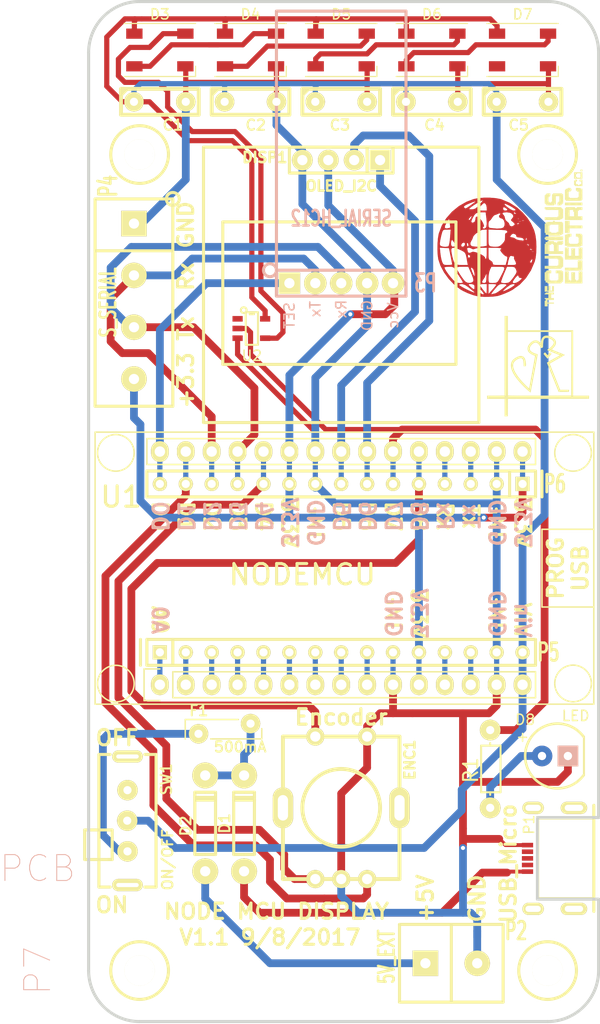
<source format=kicad_pcb>
(kicad_pcb (version 4) (host pcbnew 4.0.4-stable)
  (layers (0 F.Cu signal) (31 B.Cu signal) (34 B.Paste user) (35 F.Paste user) (36 B.SilkS user) (37 F.SilkS user) (38 B.Mask user) (39 F.Mask user) (44 Edge.Cuts user))
  (net 0 "")
  (net 1 "Net-(F1-Pad2)")
  (net 2 /5V_PWR)
  (net 3 GND)
  (net 4 /LED_WS2811)
  (net 5 "Net-(D2-Pad2)")
  (net 6 /SDA)
  (net 7 /SCL)
  (net 8 +3V3)
  (net 9 /HC12_SET)
  (net 10 /SOFT_Rx)
  (net 11 /SOFT_Tx)
  (net 12 /Tx)
  (net 13 /Rx)
  (net 14 "Net-(D1-Pad1)")
  (net 15 "Net-(D1-Pad2)")
  (net 16 "Net-(D3-Pad4)")
  (net 17 /ENC_A)
  (net 18 /ENC_B)
  (net 19 /SW_ENC)
  (net 20 "Net-(P1-Pad6)")
  (net 21 "Net-(D8-Pad2)")
  (net 22 "Net-(P5-Pad13)")
  (net 23 "Net-(P5-Pad12)")
  (net 24 "Net-(P5-Pad1)")
  (net 25 "Net-(P5-Pad2)")
  (net 26 "Net-(P5-Pad3)")
  (net 27 "Net-(P5-Pad4)")
  (net 28 "Net-(P5-Pad5)")
  (net 29 "Net-(P5-Pad6)")
  (net 30 "Net-(P5-Pad7)")
  (net 31 "Net-(P5-Pad8)")
  (net 32 "Net-(P5-Pad9)")
  (net 33 "Net-(D3-Pad2)")
  (net 34 "Net-(D4-Pad2)")
  (net 35 "Net-(D5-Pad2)")
  (net 36 "Net-(D6-Pad2)")
  (module REInnovationFootprint:TH_OLED1306 (layer F.Cu) (at 113.665 51.435)
    (fp_text reference DISP1 (at -7.493 1.016) (layer F.SilkS) (effects (font (thickness 0.25))))
    (fp_text value OLED_I2C (at 0 3.81) (layer F.SilkS) (effects (font (thickness 0.25))))
    (pad 1 thru_hole rect (at 3.81 1.27) (size 2.032 2.032) (drill 1.00076) (layers *.Cu *.Mask F.SilkS) (net 6 /SDA))
    (pad 2 thru_hole circle (at 1.27 1.27) (size 2.032 2.032) (drill 1.00076) (layers *.Cu *.Mask F.SilkS) (net 7 /SCL))
    (pad 3 thru_hole circle (at -1.27 1.27) (size 2.032 2.032) (drill 1.00076) (layers *.Cu *.Mask F.SilkS) (net 8 +3V3))
    (pad 4 thru_hole circle (at -3.81 1.27) (size 2.032 2.032) (drill 1.00076) (layers *.Cu *.Mask F.SilkS) (net 3 GND))
    (pad "" np_thru_hole circle (at 11.25 2.25) (size 3 3) (drill 3) (layers *.Cu *.Mask))
    (pad "" np_thru_hole circle (at 11.25 24.75) (size 3 3) (drill 3) (layers *.Cu *.Mask))
    (pad "" np_thru_hole circle (at -11.25 24.75) (size 3 3) (drill 3) (layers *.Cu *.Mask))
    (pad "" np_thru_hole circle (at -11.25 2.25) (size 3 3) (drill 3) (layers *.Cu *.Mask))
  )
  (module REInnovationFootprint:TH_MC36188_FUSE (layer F.Cu) (at 104.775 107.95 180)
    (fp_text reference F1 (at 5.08 1.27 180) (layer F.SilkS) (effects (font (size 1.016 1.016) (thickness 0.2032))))
    (fp_text value 500mA (at 1.016 -2.286 360) (layer F.SilkS) (effects (font (size 1.016 1.016) (thickness 0.2032))))
    (pad 1 thru_hole circle (at 0 0 180) (size 1.905 1.905) (drill 0.8) (layers *.Cu *.Mask F.SilkS) (net 14 "Net-(D1-Pad1)"))
    (pad 2 thru_hole circle (at 5.1 -1 180) (size 1.905 1.905) (drill 0.8) (layers *.Cu *.Mask F.SilkS) (net 1 "Net-(F1-Pad2)"))
  )
  (module REInnovationFootprint:TH_Resistor_1 (layer F.Cu) (at 128.27 112.395 270)
    (fp_text reference R1 (at 0.127 1.905 270) (layer F.SilkS) (effects (font (size 1.397 1.27) (thickness 0.2032))))
    (fp_text value 330 hide)
    (pad 1 thru_hole circle (at -3.81 0 270) (size 2.032 2.032) (drill 0.8001) (layers *.Cu *.Mask F.SilkS) (net 4 /LED_WS2811))
    (pad 2 thru_hole circle (at 3.81 0 270) (size 2.032 2.032) (drill 0.8001) (layers *.Cu *.Mask F.SilkS) (net 21 "Net-(D8-Pad2)"))
  )
  (module REInnovationFootprint:NodeMCU_Amica_R2_FSILK (layer F.Cu) (at 95.885 104.14 90)
    (fp_text reference U1 (at 18.415 -3.81 180) (layer F.SilkS) (effects (font (size 2 2) (thickness 0.3))))
    (fp_text value NODEMCU (at 10.795 13.97 180) (layer F.SilkS) (effects (font (size 2 2) (thickness 0.3))))
    (pad 1 thru_hole oval (at 0 0 90) (size 2.032 1.7272) (drill 1.016) (layers *.Cu *.Mask F.SilkS) (net 24 "Net-(P5-Pad1)"))
    (pad 2 thru_hole oval (at 0 2.54 90) (size 2.032 1.7272) (drill 1.016) (layers *.Cu *.Mask F.SilkS) (net 25 "Net-(P5-Pad2)"))
    (pad 3 thru_hole oval (at 0 5.08 90) (size 2.032 1.7272) (drill 1.016) (layers *.Cu *.Mask F.SilkS) (net 26 "Net-(P5-Pad3)"))
    (pad 4 thru_hole oval (at 0 7.62 90) (size 2.032 1.7272) (drill 1.016) (layers *.Cu *.Mask F.SilkS) (net 27 "Net-(P5-Pad4)"))
    (pad 5 thru_hole oval (at 0 10.16 90) (size 2.032 1.7272) (drill 1.016) (layers *.Cu *.Mask F.SilkS) (net 28 "Net-(P5-Pad5)"))
    (pad 6 thru_hole oval (at 0 12.7 90) (size 2.032 1.7272) (drill 1.016) (layers *.Cu *.Mask F.SilkS) (net 29 "Net-(P5-Pad6)"))
    (pad 7 thru_hole oval (at 0 15.24 90) (size 2.032 1.7272) (drill 1.016) (layers *.Cu *.Mask F.SilkS) (net 30 "Net-(P5-Pad7)"))
    (pad 8 thru_hole oval (at 0 17.78 90) (size 2.032 1.7272) (drill 1.016) (layers *.Cu *.Mask F.SilkS) (net 31 "Net-(P5-Pad8)"))
    (pad 9 thru_hole oval (at 0 20.32 90) (size 2.032 1.7272) (drill 1.016) (layers *.Cu *.Mask F.SilkS) (net 32 "Net-(P5-Pad9)"))
    (pad 10 thru_hole oval (at 0 22.86 90) (size 2.032 1.7272) (drill 1.016) (layers *.Cu *.Mask F.SilkS) (net 3 GND))
    (pad 11 thru_hole oval (at 0 25.4 90) (size 2.032 1.7272) (drill 1.016) (layers *.Cu *.Mask F.SilkS) (net 8 +3V3))
    (pad 12 thru_hole oval (at 0 27.94 90) (size 2.032 1.7272) (drill 1.016) (layers *.Cu *.Mask F.SilkS) (net 23 "Net-(P5-Pad12)"))
    (pad 13 thru_hole oval (at 0 30.48 90) (size 2.032 1.7272) (drill 1.016) (layers *.Cu *.Mask F.SilkS) (net 22 "Net-(P5-Pad13)"))
    (pad 14 thru_hole oval (at 0 33.02 90) (size 2.032 1.7272) (drill 1.016) (layers *.Cu *.Mask F.SilkS) (net 3 GND))
    (pad 15 thru_hole oval (at 0 35.56 90) (size 2.032 1.7272) (drill 1.016) (layers *.Cu *.Mask F.SilkS) (net 2 /5V_PWR))
    (pad 30 thru_hole oval (at 22.86 0 90) (size 2.032 1.7272) (drill 1.016) (layers *.Cu *.Mask F.SilkS) (net 9 /HC12_SET))
    (pad 18 thru_hole oval (at 22.86 30.48 90) (size 2.032 1.7272) (drill 1.016) (layers *.Cu *.Mask F.SilkS) (net 12 /Tx))
    (pad 17 thru_hole oval (at 22.86 33.02 90) (size 2.032 1.7272) (drill 1.016) (layers *.Cu *.Mask F.SilkS) (net 3 GND))
    (pad 19 thru_hole oval (at 22.86 27.94 90) (size 2.032 1.7272) (drill 1.016) (layers *.Cu *.Mask F.SilkS) (net 13 /Rx))
    (pad 25 thru_hole oval (at 22.86 12.7 90) (size 2.032 1.7272) (drill 1.016) (layers *.Cu *.Mask F.SilkS) (net 8 +3V3))
    (pad 26 thru_hole oval (at 22.86 10.16 90) (size 2.032 1.7272) (drill 1.016) (layers *.Cu *.Mask F.SilkS) (net 17 /ENC_A))
    (pad 24 thru_hole oval (at 22.86 15.24 90) (size 2.032 1.7272) (drill 1.016) (layers *.Cu *.Mask F.SilkS) (net 3 GND))
    (pad 16 thru_hole oval (at 22.86 35.56 90) (size 2.032 1.7272) (drill 1.016) (layers *.Cu *.Mask F.SilkS) (net 8 +3V3))
    (pad 22 thru_hole oval (at 22.86 20.32 90) (size 2.032 1.7272) (drill 1.016) (layers *.Cu *.Mask F.SilkS) (net 7 /SCL))
    (pad 23 thru_hole oval (at 22.86 17.78 90) (size 2.032 1.7272) (drill 1.016) (layers *.Cu *.Mask F.SilkS) (net 6 /SDA))
    (pad 21 thru_hole oval (at 22.86 22.86 90) (size 2.032 1.7272) (drill 1.016) (layers *.Cu *.Mask F.SilkS) (net 4 /LED_WS2811))
    (pad 20 thru_hole oval (at 22.86 25.4 90) (size 2.032 1.7272) (drill 1.016) (layers *.Cu *.Mask F.SilkS) (net 19 /SW_ENC))
    (pad 28 thru_hole oval (at 22.86 5.08 90) (size 2.032 1.7272) (drill 1.016) (layers *.Cu *.Mask F.SilkS) (net 10 /SOFT_Rx))
    (pad 27 thru_hole oval (at 22.86 7.62 90) (size 2.032 1.7272) (drill 1.016) (layers *.Cu *.Mask F.SilkS) (net 11 /SOFT_Tx))
    (pad 29 thru_hole oval (at 22.86 2.54 90) (size 2.032 1.7272) (drill 1.016) (layers *.Cu *.Mask F.SilkS) (net 18 /ENC_B))
  )
  (module REInnovationFootprint:TH_Diode_1 (layer F.Cu) (at 104.14 118.11 90)
    (fp_text reference D1 (at 0.381 -1.905 90) (layer F.SilkS) (effects (font (size 1.016 1.016) (thickness 0.2032))))
    (fp_text value 1N5819 hide)
    (pad 1 thru_hole circle (at 5.08 0 90) (size 2.54 2.54) (drill 1.00076) (layers *.Cu *.Mask F.SilkS) (net 14 "Net-(D1-Pad1)"))
    (pad 2 thru_hole circle (at -4.318 0 90) (size 2.54 2.54) (drill 1.00076) (layers *.Cu *.Mask F.SilkS) (net 15 "Net-(D1-Pad2)"))
  )
  (module REInnovationFootprint:SW_SPDT_R_Angle_ALIEX (layer F.Cu) (at 92.71 117.475 180)
    (fp_text reference SW1 (at -3.81 4.064 450) (layer F.SilkS) (effects (font (size 1.016 1.016) (thickness 0.2032))))
    (fp_text value ON/OFF (at -3.937 -3.81 450) (layer F.SilkS) (effects (font (size 1.016 1.016) (thickness 0.2032))))
    (pad 2 thru_hole circle (at 0.0254 0.00762 180) (size 2 2) (drill 0.8) (layers *.Cu *.Mask F.SilkS) (net 2 /5V_PWR))
    (pad 1 thru_hole circle (at 0 -3 180) (size 2 2) (drill 0.8) (layers *.Cu *.Mask F.SilkS) (net 1 "Net-(F1-Pad2)"))
    (pad 3 thru_hole circle (at 0 3 180) (size 2 2) (drill 0.8) (layers *.Cu *.Mask F.SilkS))
    (pad 4 thru_hole oval (at 0 -6.3 180) (size 3 1.2) (drill oval 2.2 0.4) (layers *.Cu *.Mask F.SilkS))
    (pad 5 thru_hole oval (at 0 6.3 180) (size 3 1.2) (drill oval 2.2 0.4) (layers *.Cu *.Mask F.SilkS))
  )
  (module matts_components:C1_wide_lg_pad (layer F.Cu) (at 94.615 46.99)
    (fp_text reference C1 (at 2.54 2.286) (layer F.SilkS) (effects (font (size 1.016 1.016) (thickness 0.2032))))
    (fp_text value 100n hide)
    (pad 1 thru_hole circle (at -1.27 0) (size 1.905 1.905) (drill 0.8001) (layers *.Cu *.Mask F.SilkS) (net 2 /5V_PWR))
    (pad 2 thru_hole circle (at 3.81 0) (size 1.905 1.905) (drill 0.8001) (layers *.Cu *.Mask F.SilkS) (net 3 GND))
  )
  (module matts_components:C1_wide_lg_pad (layer F.Cu) (at 103.505 46.99)
    (fp_text reference C2 (at 1.778 2.286) (layer F.SilkS) (effects (font (size 1.016 1.016) (thickness 0.2032))))
    (fp_text value 100n hide)
    (pad 1 thru_hole circle (at -1.27 0) (size 1.905 1.905) (drill 0.8001) (layers *.Cu *.Mask F.SilkS) (net 2 /5V_PWR))
    (pad 2 thru_hole circle (at 3.81 0) (size 1.905 1.905) (drill 0.8001) (layers *.Cu *.Mask F.SilkS) (net 3 GND))
  )
  (module matts_components:C1_wide_lg_pad (layer F.Cu) (at 112.395 46.99)
    (fp_text reference C3 (at 1.143 2.286) (layer F.SilkS) (effects (font (size 1.016 1.016) (thickness 0.2032))))
    (fp_text value 100n hide)
    (pad 1 thru_hole circle (at -1.27 0) (size 1.905 1.905) (drill 0.8001) (layers *.Cu *.Mask F.SilkS) (net 2 /5V_PWR))
    (pad 2 thru_hole circle (at 3.81 0) (size 1.905 1.905) (drill 0.8001) (layers *.Cu *.Mask F.SilkS) (net 3 GND))
  )
  (module matts_components:C1_wide_lg_pad (layer F.Cu) (at 121.285 46.99)
    (fp_text reference C4 (at 1.524 2.286) (layer F.SilkS) (effects (font (size 1.016 1.016) (thickness 0.2032))))
    (fp_text value 100n hide)
    (pad 1 thru_hole circle (at -1.27 0) (size 1.905 1.905) (drill 0.8001) (layers *.Cu *.Mask F.SilkS) (net 2 /5V_PWR))
    (pad 2 thru_hole circle (at 3.81 0) (size 1.905 1.905) (drill 0.8001) (layers *.Cu *.Mask F.SilkS) (net 3 GND))
  )
  (module matts_components:C1_wide_lg_pad (layer F.Cu) (at 130.175 46.99)
    (fp_text reference C5 (at 0.889 2.286) (layer F.SilkS) (effects (font (size 1.016 1.016) (thickness 0.2032))))
    (fp_text value 100n hide)
    (pad 1 thru_hole circle (at -1.27 0) (size 1.905 1.905) (drill 0.8001) (layers *.Cu *.Mask F.SilkS) (net 2 /5V_PWR))
    (pad 2 thru_hole circle (at 3.81 0) (size 1.905 1.905) (drill 0.8001) (layers *.Cu *.Mask F.SilkS) (net 3 GND))
  )
  (module REInnovationFootprint:TH_Diode_1 (layer F.Cu) (at 100.33 118.11 90)
    (fp_text reference D2 (at 0.127 -1.905 90) (layer F.SilkS) (effects (font (size 1.016 1.016) (thickness 0.2032))))
    (fp_text value 1N5819 hide)
    (pad 1 thru_hole circle (at 5.08 0 90) (size 2.54 2.54) (drill 1.00076) (layers *.Cu *.Mask F.SilkS) (net 14 "Net-(D1-Pad1)"))
    (pad 2 thru_hole circle (at -4.318 0 90) (size 2.54 2.54) (drill 1.00076) (layers *.Cu *.Mask F.SilkS) (net 5 "Net-(D2-Pad2)"))
  )
  (module REInnovationFootprint:USB_Micro-B_MOLEX_47642-0001 (layer F.Cu) (at 138.43 126.111 90)
    (fp_text reference P1 (at 8.255 -6.35 90) (layer F.SilkS))
    (fp_text value USB_Micro (at 4.445 -8.382 90) (layer F.SilkS) (effects (font (size 1.5 1.5) (thickness 0.3))))
    (pad 1 smd rect (at 3.65 -6.5 180) (size 1.1 0.45) (layers F.Cu F.Paste F.Mask) (net 15 "Net-(D1-Pad2)"))
    (pad 2 smd rect (at 4.3 -6.5 180) (size 1.1 0.45) (layers F.Cu F.Paste F.Mask))
    (pad 3 smd rect (at 4.95 -6.5 180) (size 1.1 0.45) (layers F.Cu F.Paste F.Mask))
    (pad 4 smd rect (at 5.6 -6.5 180) (size 1.1 0.45) (layers F.Cu F.Paste F.Mask))
    (pad 5 smd rect (at 6.25 -6.5 180) (size 1.1 0.45) (layers F.Cu F.Paste F.Mask) (net 3 GND))
    (pad 6 thru_hole oval (at 0 -5.95 180) (size 2.1 1.2) (drill oval 1.5 0.6) (layers *.Cu *.Mask F.SilkS) (net 20 "Net-(P1-Pad6)"))
    (pad 6 thru_hole oval (at 9.9 -5.95 180) (size 2.1 1.2) (drill oval 1.5 0.6) (layers *.Cu *.Mask F.SilkS) (net 20 "Net-(P1-Pad6)"))
    (pad 6 thru_hole oval (at 0 -1.95 180) (size 2.6 1.2) (drill oval 1.8 0.6) (layers *.Cu *.Mask F.SilkS) (net 20 "Net-(P1-Pad6)"))
    (pad 6 thru_hole oval (at 9.9 -1.95 180) (size 2.6 1.2) (drill oval 1.8 0.6) (layers *.Cu *.Mask F.SilkS) (net 20 "Net-(P1-Pad6)"))
  )
  (module REInnovationFootprint:TH_SIL_5_HC12 (layer F.Cu) (at 113.665 64.77)
    (fp_text reference P3 (at 8.255 0) (layer B.SilkS) (effects (font (size 1.72974 1.08712) (thickness 0.27178)) (justify mirror)))
    (fp_text value SERIAL_HC12 (at 0 -6.35) (layer B.SilkS) (effects (font (size 1.524 1.016) (thickness 0.254)) (justify mirror)))
    (fp_text user Vcc (at 5.08 3.175 90) (layer B.SilkS) (effects (justify mirror)))
    (fp_text user GND (at 2.54 3.175 90) (layer B.SilkS) (effects (justify mirror)))
    (fp_text user Rx (at 0 2.54 90) (layer B.SilkS) (effects (justify mirror)))
    (fp_text user Tx (at -2.54 2.54 90) (layer B.SilkS) (effects (justify mirror)))
    (fp_text user SET (at -5.08 3.175 270) (layer B.SilkS) (effects (justify mirror)))
    (pad 1 thru_hole rect (at -5.08 0) (size 2.10058 2.10058) (drill 1.00076) (layers *.Cu *.Mask F.SilkS) (net 9 /HC12_SET))
    (pad 2 thru_hole circle (at -2.54 0) (size 2.19964 2.19964) (drill 1.00076) (layers *.Cu *.Mask F.SilkS) (net 10 /SOFT_Rx))
    (pad 3 thru_hole circle (at 0 0) (size 2.19964 2.19964) (drill 1.00076) (layers *.Cu *.Mask F.SilkS) (net 11 /SOFT_Tx))
    (pad 4 thru_hole circle (at 2.54 0) (size 2.19964 2.19964) (drill 1.00076) (layers *.Cu *.Mask F.SilkS) (net 3 GND))
    (pad 5 thru_hole circle (at 5.08 0) (size 2.19964 2.19964) (drill 1.00076) (layers *.Cu *.Mask F.SilkS) (net 8 +3V3))
  )
  (module matts_components:SIL-4_screw_terminals (layer F.Cu) (at 93.345 59.055 270)
    (fp_text reference P4 (at -3.81 2.54 270) (layer F.SilkS) (effects (font (size 1.73482 1.08712) (thickness 0.27178))))
    (fp_text value S_SERIAL (at 7.62 2.54 270) (layer F.SilkS) (effects (font (size 1.524 1.016) (thickness 0.254))))
    (pad 1 thru_hole rect (at -0.127 0 270) (size 2.49936 2.49936) (drill 1.00076) (layers *.Cu *.Mask F.SilkS) (net 3 GND))
    (pad 2 thru_hole circle (at 4.953 0 270) (size 2.49936 2.49936) (drill 1.00076) (layers *.Cu *.Mask F.SilkS) (net 10 /SOFT_Rx))
    (pad 3 thru_hole circle (at 10.033 0 270) (size 2.49936 2.49936) (drill 1.00076) (layers *.Cu *.Mask F.SilkS) (net 11 /SOFT_Tx))
    (pad 4 thru_hole circle (at 15.113 0 270) (size 2.49936 2.49936) (drill 1.00076) (layers *.Cu *.Mask F.SilkS) (net 8 +3V3))
  )
  (module REInnovationFootprint:TH_SIL-15 (layer F.Cu) (at 107.315 100.965)
    (fp_text reference P5 (at 26.67 0) (layer F.SilkS) (effects (font (size 1.72974 1.08712) (thickness 0.27178))))
    (fp_text value NODEMCU_1 hide)
    (pad 15 thru_hole circle (at 24.13 0) (size 1.397 1.397) (drill 0.8001) (layers *.Cu *.Mask F.SilkS) (net 2 /5V_PWR))
    (pad 14 thru_hole circle (at 21.59 0) (size 1.397 1.397) (drill 0.8001) (layers *.Cu *.Mask F.SilkS) (net 3 GND))
    (pad 13 thru_hole circle (at 19.05 0) (size 1.397 1.397) (drill 0.8001) (layers *.Cu *.Mask F.SilkS) (net 22 "Net-(P5-Pad13)"))
    (pad 12 thru_hole circle (at 16.51 0) (size 1.397 1.397) (drill 0.8001) (layers *.Cu *.Mask F.SilkS) (net 23 "Net-(P5-Pad12)"))
    (pad 11 thru_hole circle (at 13.97 0) (size 1.397 1.397) (drill 0.8001) (layers *.Cu *.Mask F.SilkS) (net 8 +3V3))
    (pad 1 thru_hole rect (at -11.43 0) (size 1.397 1.397) (drill 0.8001) (layers *.Cu *.Mask F.SilkS) (net 24 "Net-(P5-Pad1)"))
    (pad 2 thru_hole circle (at -8.89 0) (size 1.397 1.397) (drill 0.8001) (layers *.Cu *.Mask F.SilkS) (net 25 "Net-(P5-Pad2)"))
    (pad 3 thru_hole circle (at -6.35 0) (size 1.397 1.397) (drill 0.8001) (layers *.Cu *.Mask F.SilkS) (net 26 "Net-(P5-Pad3)"))
    (pad 4 thru_hole circle (at -3.81 0) (size 1.397 1.397) (drill 0.8001) (layers *.Cu *.Mask F.SilkS) (net 27 "Net-(P5-Pad4)"))
    (pad 5 thru_hole circle (at -1.27 0) (size 1.397 1.397) (drill 0.8001) (layers *.Cu *.Mask F.SilkS) (net 28 "Net-(P5-Pad5)"))
    (pad 6 thru_hole circle (at 1.27 0) (size 1.397 1.397) (drill 0.8001) (layers *.Cu *.Mask F.SilkS) (net 29 "Net-(P5-Pad6)"))
    (pad 7 thru_hole circle (at 3.81 0) (size 1.397 1.397) (drill 0.8001) (layers *.Cu *.Mask F.SilkS) (net 30 "Net-(P5-Pad7)"))
    (pad 8 thru_hole circle (at 6.35 0) (size 1.397 1.397) (drill 0.8001) (layers *.Cu *.Mask F.SilkS) (net 31 "Net-(P5-Pad8)"))
    (pad 9 thru_hole circle (at 8.89 0) (size 1.397 1.397) (drill 0.8001) (layers *.Cu *.Mask F.SilkS) (net 32 "Net-(P5-Pad9)"))
    (pad 10 thru_hole circle (at 11.43 0) (size 1.397 1.397) (drill 0.8001) (layers *.Cu *.Mask F.SilkS) (net 3 GND))
  )
  (module REInnovationFootprint:TH_SIL-15 (layer F.Cu) (at 120.015 84.455 180)
    (fp_text reference P6 (at -14.605 0 180) (layer F.SilkS) (effects (font (size 1.72974 1.08712) (thickness 0.27178))))
    (fp_text value NODEMCU_2 hide)
    (pad 15 thru_hole circle (at 24.13 0 180) (size 1.397 1.397) (drill 0.8001) (layers *.Cu *.Mask F.SilkS) (net 9 /HC12_SET))
    (pad 14 thru_hole circle (at 21.59 0 180) (size 1.397 1.397) (drill 0.8001) (layers *.Cu *.Mask F.SilkS) (net 18 /ENC_B))
    (pad 13 thru_hole circle (at 19.05 0 180) (size 1.397 1.397) (drill 0.8001) (layers *.Cu *.Mask F.SilkS) (net 10 /SOFT_Rx))
    (pad 12 thru_hole circle (at 16.51 0 180) (size 1.397 1.397) (drill 0.8001) (layers *.Cu *.Mask F.SilkS) (net 11 /SOFT_Tx))
    (pad 11 thru_hole circle (at 13.97 0 180) (size 1.397 1.397) (drill 0.8001) (layers *.Cu *.Mask F.SilkS) (net 17 /ENC_A))
    (pad 1 thru_hole rect (at -11.43 0 180) (size 1.397 1.397) (drill 0.8001) (layers *.Cu *.Mask F.SilkS) (net 8 +3V3))
    (pad 2 thru_hole circle (at -8.89 0 180) (size 1.397 1.397) (drill 0.8001) (layers *.Cu *.Mask F.SilkS) (net 3 GND))
    (pad 3 thru_hole circle (at -6.35 0 180) (size 1.397 1.397) (drill 0.8001) (layers *.Cu *.Mask F.SilkS) (net 12 /Tx))
    (pad 4 thru_hole circle (at -3.81 0 180) (size 1.397 1.397) (drill 0.8001) (layers *.Cu *.Mask F.SilkS) (net 13 /Rx))
    (pad 5 thru_hole circle (at -1.27 0 180) (size 1.397 1.397) (drill 0.8001) (layers *.Cu *.Mask F.SilkS) (net 19 /SW_ENC))
    (pad 6 thru_hole circle (at 1.27 0 180) (size 1.397 1.397) (drill 0.8001) (layers *.Cu *.Mask F.SilkS) (net 4 /LED_WS2811))
    (pad 7 thru_hole circle (at 3.81 0 180) (size 1.397 1.397) (drill 0.8001) (layers *.Cu *.Mask F.SilkS) (net 7 /SCL))
    (pad 8 thru_hole circle (at 6.35 0 180) (size 1.397 1.397) (drill 0.8001) (layers *.Cu *.Mask F.SilkS) (net 6 /SDA))
    (pad 9 thru_hole circle (at 8.89 0 180) (size 1.397 1.397) (drill 0.8001) (layers *.Cu *.Mask F.SilkS) (net 3 GND))
    (pad 10 thru_hole circle (at 11.43 0 180) (size 1.397 1.397) (drill 0.8001) (layers *.Cu *.Mask F.SilkS) (net 8 +3V3))
  )
  (module REInnovationFootprint:PCB_50x100mm_RJWIFI (layer F.Cu) (at 88.9 137.16)
    (fp_text reference P7 (at -5 -5 90) (layer B.SilkS) (effects (font (size 2.54 2.54) (thickness 0.0889))))
    (fp_text value PCB (at -5 -15) (layer B.SilkS) (effects (font (size 2.54 2.54) (thickness 0.0889))))
    (fp_line (start 50 -20) (end 50 -45) (layer Edge.Cuts) (width 0.3))
    (fp_line (start 50 -12) (end 50 -5) (layer Edge.Cuts) (width 0.3))
    (fp_line (start 50 -12) (end 44 -12) (layer Edge.Cuts) (width 0.3))
    (fp_line (start 44 -12) (end 44 -20) (layer Edge.Cuts) (width 0.3))
    (fp_line (start 44 -20) (end 50 -20) (layer Edge.Cuts) (width 0.3))
    (fp_line (start 50 -95) (end 50 -45) (layer Edge.Cuts) (width 0.3))
    (fp_line (start 0 -95) (end 0 -45) (layer Edge.Cuts) (width 0.3))
    (fp_line (start 45 -100) (end 5 -100) (layer Edge.Cuts) (width 0.3))
    (fp_line (start 5 0) (end 45 0) (layer Edge.Cuts) (width 0.3))
    (fp_line (start 0 -45) (end 0 -5) (layer Edge.Cuts) (width 0.3))
    (fp_arc (start 5 -5) (end 5 0) (angle 90) (layer Edge.Cuts) (width 0.3))
    (fp_arc (start 45 -5) (end 50 -5) (angle 90) (layer Edge.Cuts) (width 0.3))
    (fp_arc (start 45 -95) (end 45 -100) (angle 90) (layer Edge.Cuts) (width 0.3))
    (fp_arc (start 5 -95) (end 0 -95) (angle 90) (layer Edge.Cuts) (width 0.3))
    (pad "" np_thru_hole circle (at 45 -85) (size 3 3) (drill 3) (layers *.Cu *.Mask F.SilkS))
    (pad "" np_thru_hole circle (at 5 -85) (size 3 3) (drill 3) (layers *.Cu *.Mask F.SilkS))
    (pad "" np_thru_hole circle (at 5 -5) (size 3 3) (drill 3) (layers *.Cu *.Mask F.SilkS))
    (pad "" np_thru_hole circle (at 45 -5) (size 3 3) (drill 3) (layers *.Cu *.Mask F.SilkS))
  )
  (module CuriousElectric3:CEC_Globe_10mm_FCU (layer F.Cu) (at 128.016 61.214)
    (fp_text reference P10 hide)
    (fp_text value LOGO1 hide)
    (fp_poly (pts (xy 0.230092 -4.822486) (xy 0.792908 -4.777429) (xy 1.267235 -4.688807) (xy 1.340706 -4.667542) (xy 2.157578 -4.328299) (xy 2.906366 -3.848203) (xy 3.436072 -3.372761) (xy 3.895128 -2.844669) (xy 4.241358 -2.322757) (xy 4.515748 -1.74238) (xy 4.585661 -1.559568) (xy 4.694208 -1.134991) (xy 4.761463 -0.602005) (xy 4.786724 -0.016601) (xy 4.769288 0.565234) (xy 4.708454 1.087509) (xy 4.623268 1.439333) (xy 4.251352 2.306343) (xy 3.758998 3.062829) (xy 3.153541 3.700203) (xy 2.442312 4.209878) (xy 2.105847 4.38761) (xy 1.727794 4.554278) (xy 1.34502 4.700212) (xy 1.024552 4.800467) (xy 0.948332 4.818372) (xy 0.590714 4.866643) (xy 0.138732 4.892962) (xy -0.333906 4.896002) (xy -0.753492 4.874436) (xy -0.931334 4.852214) (xy -1.397145 4.736206) (xy -1.917506 4.546832) (xy -2.413737 4.315238) (xy -2.683125 4.158727) (xy -3.248282 3.720076) (xy -2.794 3.720076) (xy -2.723212 3.790508) (xy -2.53362 3.912526) (xy -2.259386 4.065085) (xy -2.106863 4.14341) (xy -1.742472 4.318379) (xy -1.472379 4.43308) (xy -1.310818 4.483029) (xy -1.27202 4.463741) (xy -1.359776 4.378807) (xy -1.496247 4.269403) (xy -1.575752 4.204574) (xy -0.925894 4.204574) (xy -0.868603 4.341183) (xy -0.758702 4.471368) (xy -0.609663 4.59228) (xy -0.467889 4.653021) (xy -0.378369 4.643933) (xy -0.379736 4.628244) (xy 0.360409 4.628244) (xy 0.402507 4.646152) (xy 0.458702 4.628721) (xy 0.645329 4.57917) (xy 0.718202 4.572) (xy 0.837498 4.523907) (xy 1.038601 4.39991) (xy 1.149702 4.322145) (xy 1.511351 4.322145) (xy 1.525151 4.349207) (xy 1.637851 4.317468) (xy 1.651 4.312843) (xy 1.883427 4.213103) (xy 2.163446 4.070201) (xy 2.260457 4.015442) (xy 2.536293 3.839645) (xy 2.657844 3.722174) (xy 2.62795 3.658231) (xy 2.481496 3.642408) (xy 2.241535 3.713368) (xy 1.932671 3.926596) (xy 1.820333 4.023471) (xy 1.606421 4.219246) (xy 1.511351 4.322145) (xy 1.149702 4.322145) (xy 1.280736 4.230428) (xy 1.523129 4.045881) (xy 1.725007 3.876688) (xy 1.845597 3.75327) (xy 1.862666 3.718156) (xy 1.787142 3.671251) (xy 1.59677 3.643708) (xy 1.49492 3.640666) (xy 1.278331 3.653337) (xy 1.118297 3.712591) (xy 0.959046 3.850292) (xy 0.790977 4.042833) (xy 0.545686 4.34238) (xy 0.405149 4.532252) (xy 0.360409 4.628244) (xy -0.379736 4.628244) (xy -0.386092 4.555355) (xy -0.388599 4.550833) (xy -0.522195 4.362262) (xy -0.678414 4.202742) (xy -0.811145 4.1151) (xy -0.858974 4.113939) (xy -0.925894 4.204574) (xy -1.575752 4.204574) (xy -1.708706 4.096164) (xy -1.876496 3.958166) (xy -2.206667 3.73062) (xy -2.309146 3.698) (xy -1.862667 3.698) (xy -1.803602 3.782977) (xy -1.655475 3.927497) (xy -1.5875 3.986346) (xy -1.414453 4.124509) (xy -1.329278 4.158385) (xy -1.293209 4.096099) (xy -1.284472 4.049855) (xy -1.283022 3.848459) (xy -1.302981 3.761509) (xy -1.341434 3.73225) (xy -0.762 3.73225) (xy -0.714139 3.832567) (xy -0.594367 4.010218) (xy -0.4384 4.218718) (xy -0.281957 4.411577) (xy -0.160755 4.542309) (xy -0.116801 4.572) (xy -0.099198 4.495397) (xy -0.087526 4.297806) (xy -0.084667 4.106333) (xy -0.084667 3.640666) (xy 0.084666 3.640666) (xy 0.08846 4.1275) (xy 0.092254 4.614333) (xy 0.46946 4.193318) (xy 0.660959 3.970404) (xy 0.796726 3.794853) (xy 0.846666 3.706485) (xy 0.770958 3.667224) (xy 0.579417 3.64368) (xy 0.465666 3.640666) (xy 0.084666 3.640666) (xy -0.084667 3.640666) (xy -0.423334 3.640666) (xy -0.635502 3.660978) (xy -0.753397 3.711741) (xy -0.762 3.73225) (xy -1.341434 3.73225) (xy -1.395683 3.690973) (xy -1.564703 3.647262) (xy -1.740008 3.638322) (xy -1.85156 3.6721) (xy -1.862667 3.698) (xy -2.309146 3.698) (xy -2.483261 3.642578) (xy -2.527554 3.640666) (xy -2.711226 3.662681) (xy -2.793663 3.716072) (xy -2.794 3.720076) (xy -3.248282 3.720076) (xy -3.271249 3.70225) (xy -3.808462 3.140101) (xy -4.266574 2.510811) (xy -4.533182 2.010833) (xy -4.233017 2.010833) (xy -4.178475 2.167604) (xy -4.035999 2.406897) (xy -3.835777 2.689908) (xy -3.608002 2.977831) (xy -3.382863 3.231864) (xy -3.19055 3.4132) (xy -3.093657 3.475295) (xy -2.877856 3.531343) (xy -2.644773 3.549618) (xy -2.469682 3.526676) (xy -2.433093 3.505536) (xy -2.450226 3.415203) (xy -2.546802 3.233849) (xy -2.660337 3.061036) (xy -2.862439 2.758868) (xy -3.059312 2.440438) (xy -3.135613 2.307166) (xy -3.259051 2.098237) (xy -3.298381 2.061206) (xy -3.048 2.061206) (xy -3.001712 2.192223) (xy -2.880931 2.416216) (xy -2.712787 2.690711) (xy -2.524409 2.973234) (xy -2.342926 3.221309) (xy -2.201563 3.386437) (xy -1.986062 3.511331) (xy -1.732527 3.538716) (xy -1.508553 3.46951) (xy -1.42444 3.387458) (xy -0.532896 3.387458) (xy -0.511343 3.511738) (xy -0.352842 3.544441) (xy -0.309511 3.539675) (xy -0.206551 3.505842) (xy -0.14874 3.414156) (xy -0.120758 3.223487) (xy -0.113644 3.070894) (xy 0.083959 3.070894) (xy 0.092513 3.331435) (xy 0.135354 3.491521) (xy 0.145014 3.503458) (xy 0.259335 3.53471) (xy 0.477659 3.543366) (xy 0.589514 3.538736) (xy 0.783913 3.52087) (xy 0.91714 3.476714) (xy 0.951281 3.444301) (xy 1.318578 3.444301) (xy 1.320044 3.483809) (xy 1.434653 3.536221) (xy 1.645996 3.553824) (xy 1.885244 3.537356) (xy 2.08357 3.487555) (xy 2.109152 3.475354) (xy 2.120173 3.465684) (xy 2.455333 3.465684) (xy 2.518506 3.549278) (xy 2.677627 3.550474) (xy 2.887094 3.479816) (xy 3.101308 3.347846) (xy 3.152497 3.304481) (xy 3.315695 3.149825) (xy 3.361178 3.075912) (xy 3.299169 3.05255) (xy 3.2385 3.050481) (xy 3.084796 3.000149) (xy 3.048 2.921) (xy 3.007622 2.808251) (xy 2.973382 2.794) (xy 2.877714 2.857553) (xy 2.736618 3.012111) (xy 2.591861 3.20352) (xy 2.485208 3.377626) (xy 2.455333 3.465684) (xy 2.120173 3.465684) (xy 2.23373 3.366049) (xy 2.409473 3.160803) (xy 2.579079 2.931187) (xy 2.748036 2.677322) (xy 2.831541 2.5109) (xy 2.843586 2.382307) (xy 2.798162 2.241929) (xy 2.783158 2.207499) (xy 2.693082 2.04516) (xy 2.573344 1.969303) (xy 2.362513 1.94792) (xy 2.283866 1.947333) (xy 1.899735 1.947333) (xy 1.587582 2.679476) (xy 1.456422 3.004776) (xy 1.362527 3.272427) (xy 1.318578 3.444301) (xy 0.951281 3.444301) (xy 1.025305 3.374026) (xy 1.144516 3.180561) (xy 1.281327 2.921) (xy 1.48774 2.521428) (xy 1.613378 2.249383) (xy 1.652113 2.080399) (xy 1.597813 1.990009) (xy 1.44435 1.953746) (xy 1.185594 1.947145) (xy 1.037386 1.947333) (xy 0.370029 1.947333) (xy 0.227347 2.246539) (xy 0.155045 2.472446) (xy 0.106026 2.765898) (xy 0.083959 3.070894) (xy -0.113644 3.070894) (xy -0.110603 3.005666) (xy -0.106733 2.744351) (xy -0.118935 2.63965) (xy -0.149645 2.679394) (xy -0.166175 2.728232) (xy -0.273097 2.964785) (xy -0.414252 3.182684) (xy -0.532896 3.387458) (xy -1.42444 3.387458) (xy -1.412439 3.375752) (xy -1.386179 3.256523) (xy -1.425702 3.06063) (xy -1.538351 2.758926) (xy -1.609701 2.592585) (xy -1.825083 2.102487) (xy -1.628362 2.102487) (xy -1.574817 2.282258) (xy -1.50802 2.455333) (xy -1.40357 2.689592) (xy -1.321413 2.843327) (xy -1.289898 2.878666) (xy -1.273971 2.804178) (xy -1.284178 2.617131) (xy -1.294766 2.527797) (xy -1.378806 2.222201) (xy -1.52516 2.058202) (xy -1.625142 2.033296) (xy -1.628362 2.102487) (xy -1.825083 2.102487) (xy -1.893269 1.947333) (xy -2.470635 1.947333) (xy -2.798436 1.957141) (xy -2.982402 1.989791) (xy -3.04707 2.050124) (xy -3.048 2.061206) (xy -3.298381 2.061206) (xy -3.372433 1.991485) (xy -3.537482 1.952617) (xy -3.783258 1.947333) (xy -4.03334 1.958116) (xy -4.196617 1.985844) (xy -4.233017 2.010833) (xy -4.533182 2.010833) (xy -4.617393 1.852911) (xy -4.827654 1.227619) (xy -4.890095 0.802586) (xy -4.917063 0.277066) (xy -4.91441 0.074936) (xy -4.682062 0.074936) (xy -4.630807 0.623818) (xy -4.58302 0.968185) (xy -4.51233 1.29212) (xy -4.453096 1.47535) (xy -4.366988 1.654808) (xy -4.266794 1.744198) (xy -4.09524 1.774802) (xy -3.898987 1.778) (xy -3.656373 1.76669) (xy -3.502075 1.737743) (xy -3.472756 1.7145) (xy -3.489326 1.608371) (xy -3.532525 1.377223) (xy -3.594605 1.061846) (xy -3.629553 0.889) (xy -3.736269 0.365632) (xy -3.556 0.365632) (xy -3.530312 0.614517) (xy -3.464284 0.931058) (xy -3.374469 1.254782) (xy -3.277422 1.525221) (xy -3.198328 1.672166) (xy -3.057982 1.734824) (xy -2.776495 1.770851) (xy -2.525797 1.778) (xy -1.939661 1.778) (xy -1.995403 1.4605) (xy -2.065894 1.065064) (xy -2.102674 0.899609) (xy -1.933783 0.899609) (xy -1.912685 0.984172) (xy -1.843164 1.077889) (xy -1.758292 1.030157) (xy -1.704002 0.914571) (xy -1.759656 0.831144) (xy -1.872452 0.771611) (xy -1.914049 0.785159) (xy -1.933783 0.899609) (xy -2.102674 0.899609) (xy -2.124913 0.799573) (xy -2.192658 0.627628) (xy -2.289327 0.51283) (xy -2.435121 0.418778) (xy -2.628192 0.320195) (xy -2.871408 0.213542) (xy -2.000616 0.213542) (xy -1.998726 0.218591) (xy -1.952165 0.409319) (xy -1.947334 0.472591) (xy -1.882083 0.567612) (xy -1.735393 0.588175) (xy -1.580863 0.527928) (xy -1.556227 0.506359) (xy -1.42059 0.476619) (xy -1.190395 0.519108) (xy -0.912998 0.613678) (xy -0.635755 0.740174) (xy -0.40602 0.878447) (xy -0.27115 1.008345) (xy -0.254 1.060507) (xy -0.207591 1.171776) (xy -0.169334 1.185333) (xy -0.12509 1.107575) (xy -0.094799 0.901593) (xy -0.084667 0.635) (xy -0.084667 0.084666) (xy 0.084666 0.084666) (xy 0.084666 0.663743) (xy 0.089747 0.974021) (xy 0.114192 1.159117) (xy 0.171807 1.263089) (xy 0.276398 1.329998) (xy 0.296333 1.339261) (xy 0.46271 1.47561) (xy 0.508 1.606851) (xy 0.522654 1.694536) (xy 0.590116 1.745871) (xy 0.745633 1.770417) (xy 1.024454 1.777735) (xy 1.13902 1.778) (xy 1.77004 1.778) (xy 1.951566 1.778) (xy 2.372783 1.778) (xy 2.629064 1.767447) (xy 2.755623 1.726633) (xy 2.791259 1.641819) (xy 2.791307 1.629833) (xy 2.739589 1.444154) (xy 2.738311 1.441966) (xy 4.179576 1.441966) (xy 4.195587 1.531422) (xy 4.263019 1.579315) (xy 4.326654 1.476046) (xy 4.382656 1.30334) (xy 4.396715 1.23069) (xy 4.353366 1.216681) (xy 4.265648 1.286065) (xy 4.179576 1.441966) (xy 2.738311 1.441966) (xy 2.670122 1.32527) (xy 2.594044 1.154595) (xy 2.597206 1.050103) (xy 2.59231 0.946321) (xy 2.555983 0.931333) (xy 2.404556 0.903039) (xy 2.336434 0.880393) (xy 2.221888 0.895175) (xy 2.124584 1.045454) (xy 2.036949 1.34543) (xy 2.004375 1.502833) (xy 1.951566 1.778) (xy 1.77004 1.778) (xy 1.858214 1.4605) (xy 1.928803 1.168854) (xy 1.936439 1.004738) (xy 1.879453 0.937828) (xy 1.829104 0.931333) (xy 1.712553 0.87854) (xy 1.559361 0.747777) (xy 1.405443 0.580465) (xy 1.321536 0.465666) (xy 4.402666 0.465666) (xy 4.445 0.508) (xy 4.487333 0.465666) (xy 4.445 0.423333) (xy 4.402666 0.465666) (xy 1.321536 0.465666) (xy 1.286715 0.418025) (xy 1.239091 0.301879) (xy 1.257624 0.272236) (xy 1.313721 0.221203) (xy 4.17777 0.221203) (xy 4.191 0.254) (xy 4.267082 0.33477) (xy 4.280663 0.338666) (xy 4.317029 0.27316) (xy 4.318 0.254) (xy 4.252912 0.172586) (xy 4.228336 0.169333) (xy 4.17777 0.221203) (xy 1.313721 0.221203) (xy 1.349655 0.188513) (xy 1.354666 0.162277) (xy 1.276925 0.125181) (xy 1.071281 0.097739) (xy 0.779101 0.085006) (xy 0.719666 0.084666) (xy 0.084666 0.084666) (xy -0.084667 0.084666) (xy -0.54635 0.084666) (xy -0.852468 0.102932) (xy -1.121586 0.149528) (xy -1.22598 0.18397) (xy -1.414542 0.240896) (xy -1.53692 0.190107) (xy -1.54323 0.18397) (xy -1.701912 0.105241) (xy -1.846326 0.084666) (xy -1.992198 0.113332) (xy -2.000616 0.213542) (xy -2.871408 0.213542) (xy -2.917827 0.193187) (xy -3.183413 0.108077) (xy -3.323167 0.086085) (xy -3.482885 0.105406) (xy -3.546115 0.200351) (xy -3.556 0.365632) (xy -3.736269 0.365632) (xy -3.784928 0.127) (xy -4.682062 0.074936) (xy -4.91441 0.074936) (xy -4.909689 -0.284567) (xy -4.907376 -0.314964) (xy -4.681503 -0.314964) (xy -4.660606 -0.166865) (xy -4.581808 -0.085116) (xy -4.580939 -0.084606) (xy -4.377671 -0.022376) (xy -4.11845 -0.006567) (xy -3.894791 -0.039618) (xy -3.839175 -0.064844) (xy -3.789619 -0.172407) (xy -3.773305 -0.249236) (xy -3.582063 -0.249236) (xy -3.54219 -0.111114) (xy -3.538127 -0.105834) (xy -3.420725 -0.010267) (xy -3.284267 -0.042763) (xy -3.227997 -0.076285) (xy -3.164121 -0.151943) (xy -3.179166 -0.21732) (xy -2.577938 -0.21732) (xy -2.577195 -0.073945) (xy -2.556087 -0.04431) (xy -2.423416 -0.006362) (xy -2.287625 -0.085643) (xy -2.216612 -0.233699) (xy -2.222485 -0.285045) (xy -2.032 -0.285045) (xy -2.005539 -0.117697) (xy -1.947481 -0.03885) (xy -1.889814 -0.080602) (xy -1.875894 -0.128398) (xy -1.898878 -0.303163) (xy -1.939394 -0.364594) (xy -2.012271 -0.395348) (xy -2.032 -0.285045) (xy -2.222485 -0.285045) (xy -2.233743 -0.383468) (xy -2.313418 -0.409684) (xy -1.68182 -0.409684) (xy -1.677171 -0.207141) (xy -1.560256 -0.077755) (xy -1.502834 -0.059753) (xy -1.149355 -0.019873) (xy -0.747014 -0.014651) (xy -0.394933 -0.044676) (xy -0.34925 -0.052917) (xy -0.084667 -0.105834) (xy -0.084667 -0.898073) (xy 0.084666 -0.898073) (xy 0.086744 -0.507216) (xy 0.108852 -0.254636) (xy 0.174797 -0.109318) (xy 0.30839 -0.040249) (xy 0.533439 -0.016414) (xy 0.766557 -0.009822) (xy 1.025354 -0.021249) (xy 1.212578 -0.094911) (xy 1.344176 -0.209102) (xy 3.916564 -0.209102) (xy 3.933518 -0.174967) (xy 4.014251 -0.087434) (xy 4.029102 -0.149163) (xy 4.008549 -0.215319) (xy 3.946216 -0.307525) (xy 3.918062 -0.305618) (xy 3.916564 -0.209102) (xy 1.344176 -0.209102) (xy 1.408952 -0.265309) (xy 1.44106 -0.298116) (xy 1.622003 -0.509478) (xy 1.70228 -0.698122) (xy 1.714678 -0.945562) (xy 1.713501 -0.975449) (xy 1.714299 -1.03373) (xy 2.218321 -1.03373) (xy 2.2421 -0.952774) (xy 2.402633 -0.931334) (xy 2.603176 -0.882818) (xy 2.70541 -0.809061) (xy 2.85349 -0.718846) (xy 3.083092 -0.658314) (xy 3.117944 -0.65396) (xy 3.341011 -0.628692) (xy 3.48684 -0.609057) (xy 3.498708 -0.6069) (xy 3.544194 -0.661657) (xy 3.540311 -0.740834) (xy 3.525376 -0.762) (xy 3.725333 -0.762) (xy 3.75422 -0.679535) (xy 3.762669 -0.677334) (xy 3.834955 -0.736663) (xy 3.852333 -0.762) (xy 3.84562 -0.840019) (xy 3.814996 -0.846667) (xy 3.728778 -0.785207) (xy 3.725333 -0.762) (xy 3.525376 -0.762) (xy 3.466036 -0.846094) (xy 3.272072 -0.902588) (xy 3.146044 -0.91538) (xy 2.907233 -0.9502) (xy 2.818523 -1.01366) (xy 2.822574 -1.05301) (xy 2.788136 -1.16682) (xy 2.668427 -1.253945) (xy 2.490812 -1.296987) (xy 2.351126 -1.210121) (xy 2.336461 -1.194315) (xy 2.218321 -1.03373) (xy 1.714299 -1.03373) (xy 1.716853 -1.219971) (xy 1.762123 -1.333715) (xy 1.828373 -1.354667) (xy 1.927907 -1.418249) (xy 1.931371 -1.502834) (xy 1.898271 -1.569773) (xy 1.809673 -1.615224) (xy 1.635947 -1.644629) (xy 1.347464 -1.663429) (xy 0.993829 -1.675032) (xy 0.084666 -1.699063) (xy 0.084666 -0.898073) (xy -0.084667 -0.898073) (xy -0.084667 -1.693334) (xy -0.371942 -1.693334) (xy -0.603192 -1.656065) (xy -0.707952 -1.566334) (xy -0.818663 -1.453742) (xy -0.881981 -1.439334) (xy -1.038384 -1.379147) (xy -1.223724 -1.235434) (xy -1.378208 -1.063469) (xy -1.442027 -0.921625) (xy -1.492325 -0.765379) (xy -1.569027 -0.639985) (xy -1.68182 -0.409684) (xy -2.313418 -0.409684) (xy -2.354904 -0.423334) (xy -2.490377 -0.359148) (xy -2.577938 -0.21732) (xy -3.179166 -0.21732) (xy -3.192722 -0.276224) (xy -3.267418 -0.413656) (xy -3.384003 -0.58721) (xy -3.470359 -0.674782) (xy -3.479718 -0.677334) (xy -3.54336 -0.605412) (xy -3.579964 -0.438358) (xy -3.582063 -0.249236) (xy -3.773305 -0.249236) (xy -3.739437 -0.408728) (xy -3.696229 -0.733435) (xy -3.680088 -0.910215) (xy -3.618826 -1.693334) (xy -3.997345 -1.693334) (xy -4.233702 -1.684369) (xy -4.360327 -1.628679) (xy -4.436782 -1.483066) (xy -4.480937 -1.342631) (xy -4.561314 -1.03092) (xy -4.634197 -0.679176) (xy -4.651444 -0.577995) (xy -4.681503 -0.314964) (xy -4.907376 -0.314964) (xy -4.869101 -0.817937) (xy -4.796432 -1.25867) (xy -4.783062 -1.311956) (xy -4.563451 -1.896058) (xy -4.193813 -1.896058) (xy -4.100031 -1.80539) (xy -3.915218 -1.818235) (xy -3.741888 -1.865711) (xy -3.666382 -1.893397) (xy -3.667984 -1.97903) (xy -3.690716 -2.179264) (xy -3.711991 -2.331015) (xy -3.726317 -2.427327) (xy -1.592512 -2.427327) (xy -1.501466 -2.373732) (xy -1.448392 -2.370667) (xy -1.281665 -2.444955) (xy -1.195452 -2.657896) (xy -1.185334 -2.800925) (xy -1.141084 -2.942392) (xy -1.026117 -2.963446) (xy -0.867107 -2.8822) (xy -0.690728 -2.716766) (xy -0.523655 -2.485253) (xy -0.42191 -2.282563) (xy -0.354984 -2.080886) (xy -0.374541 -1.984774) (xy -0.407132 -1.966846) (xy -0.47178 -1.889189) (xy -0.461198 -1.855436) (xy -0.401436 -1.78742) (xy -0.304983 -1.797737) (xy -0.218592 -1.829392) (xy -0.125014 -1.954265) (xy -0.088371 -2.206698) (xy 0.084666 -2.206698) (xy 0.096443 -1.989739) (xy 0.158922 -1.887438) (xy 0.312828 -1.845413) (xy 0.359833 -1.839248) (xy 0.903063 -1.793185) (xy 1.293438 -1.808514) (xy 1.528679 -1.8851) (xy 1.560285 -1.911048) (xy 1.660702 -2.103343) (xy 1.671391 -2.343214) (xy 1.606344 -2.574973) (xy 1.479555 -2.742935) (xy 1.338419 -2.794) (xy 1.187837 -2.851813) (xy 1.118161 -2.979876) (xy 1.158535 -3.110127) (xy 1.19171 -3.136609) (xy 1.259352 -3.230199) (xy 1.24253 -3.273025) (xy 1.129498 -3.284911) (xy 1.013298 -3.235295) (xy 0.830341 -3.152137) (xy 0.729178 -3.132667) (xy 0.613805 -3.065486) (xy 0.473633 -2.898106) (xy 0.434551 -2.836334) (xy 0.304791 -2.649729) (xy 0.19511 -2.546947) (xy 0.172188 -2.54) (xy 0.117025 -2.464975) (xy 0.086689 -2.277889) (xy 0.084666 -2.206698) (xy -0.088371 -2.206698) (xy -0.084979 -2.230064) (xy -0.099169 -2.646842) (xy -0.138509 -2.99385) (xy -0.181909 -3.310492) (xy 1.452764 -3.310492) (xy 1.487982 -3.207163) (xy 1.566333 -3.132667) (xy 1.667963 -2.968164) (xy 1.693333 -2.827919) (xy 1.768321 -2.620531) (xy 1.905 -2.489881) (xy 2.056669 -2.359984) (xy 2.116666 -2.250863) (xy 2.183276 -2.078781) (xy 2.339635 -2.00725) (xy 2.463588 -2.036419) (xy 2.612356 -2.139496) (xy 2.66272 -2.19441) (xy 2.635411 -2.286) (xy 2.921 -2.286) (xy 2.927712 -2.207982) (xy 2.958336 -2.201334) (xy 3.044554 -2.262794) (xy 3.048 -2.286) (xy 3.019113 -2.368466) (xy 3.010663 -2.370667) (xy 2.938377 -2.311338) (xy 2.921 -2.286) (xy 2.635411 -2.286) (xy 2.634259 -2.289862) (xy 2.502037 -2.422275) (xy 2.478082 -2.440332) (xy 2.407082 -2.497667) (xy 3.132666 -2.497667) (xy 3.175 -2.455334) (xy 3.217333 -2.497667) (xy 3.175 -2.54) (xy 3.132666 -2.497667) (xy 2.407082 -2.497667) (xy 2.327586 -2.561862) (xy 2.317381 -2.596445) (xy 3.414888 -2.596445) (xy 3.426511 -2.546111) (xy 3.471333 -2.54) (xy 3.541023 -2.570979) (xy 3.527777 -2.596445) (xy 3.427298 -2.606578) (xy 3.414888 -2.596445) (xy 2.317381 -2.596445) (xy 2.301797 -2.64925) (xy 2.376708 -2.751667) (xy 2.963333 -2.751667) (xy 3.005666 -2.709334) (xy 3.048 -2.751667) (xy 3.005666 -2.794) (xy 2.963333 -2.751667) (xy 2.376708 -2.751667) (xy 2.385136 -2.763189) (xy 2.392979 -2.771878) (xy 2.518291 -2.945047) (xy 2.509928 -3.086093) (xy 2.399877 -3.231834) (xy 2.233756 -3.334501) (xy 2.568769 -3.334501) (xy 2.582333 -3.302) (xy 2.694492 -3.220495) (xy 2.719326 -3.217334) (xy 2.76523 -3.2695) (xy 2.751666 -3.302) (xy 2.639507 -3.383506) (xy 2.614673 -3.386667) (xy 2.568769 -3.334501) (xy 2.233756 -3.334501) (xy 2.219661 -3.343212) (xy 1.924514 -3.385557) (xy 1.849544 -3.386667) (xy 1.571276 -3.368524) (xy 1.452764 -3.310492) (xy -0.181909 -3.310492) (xy -0.19235 -3.386667) (xy -0.633386 -3.386667) (xy -0.934903 -3.366136) (xy -1.14458 -3.282285) (xy -1.311741 -3.101727) (xy -1.471457 -2.819372) (xy -1.582071 -2.567368) (xy -1.592512 -2.427327) (xy -3.726317 -2.427327) (xy -3.760308 -2.655826) (xy -1.857042 -2.655826) (xy -1.791591 -2.624667) (xy -1.709884 -2.693324) (xy -1.615172 -2.855868) (xy -1.547758 -3.012415) (xy -1.566433 -3.030775) (xy -1.686249 -2.927413) (xy -1.828239 -2.766177) (xy -1.857042 -2.655826) (xy -3.760308 -2.655826) (xy -3.774566 -2.751667) (xy -4.009985 -2.383956) (xy -4.164205 -2.091346) (xy -4.193813 -1.896058) (xy -4.563451 -1.896058) (xy -4.491556 -2.087275) (xy -4.054312 -2.805426) (xy -3.490567 -3.447418) (xy -3.251913 -3.641911) (xy -0.931334 -3.641911) (xy -0.855189 -3.592904) (xy -0.660498 -3.561799) (xy -0.508 -3.556) (xy -0.084667 -3.556) (xy -0.084667 -3.725334) (xy 1.524 -3.725334) (xy 1.573608 -3.592549) (xy 1.735666 -3.556) (xy 1.894797 -3.58397) (xy 1.947333 -3.637688) (xy 1.881773 -3.731343) (xy 1.737291 -3.834295) (xy 1.592188 -3.89295) (xy 1.571899 -3.894667) (xy 1.532927 -3.823487) (xy 1.524 -3.725334) (xy -0.084667 -3.725334) (xy -0.084667 -3.841967) (xy -0.12383 -4.076313) (xy -0.188867 -4.187445) (xy 1.652532 -4.187445) (xy 1.723728 -4.084948) (xy 1.873504 -3.947193) (xy 2.068442 -3.799935) (xy 2.275126 -3.668929) (xy 2.46014 -3.57993) (xy 2.566163 -3.55623) (xy 2.72481 -3.581131) (xy 2.750576 -3.642431) (xy 2.638617 -3.742749) (xy 2.427101 -3.880982) (xy 2.170334 -4.027002) (xy 1.922626 -4.150683) (xy 1.738283 -4.221898) (xy 1.693333 -4.228929) (xy 1.652532 -4.187445) (xy -0.188867 -4.187445) (xy -0.219535 -4.239848) (xy -0.220984 -4.241066) (xy -0.318038 -4.292295) (xy -0.423392 -4.255697) (xy -0.578597 -4.111637) (xy -0.644317 -4.04101) (xy -0.810195 -3.844098) (xy -0.913855 -3.690434) (xy -0.931334 -3.641911) (xy -3.251913 -3.641911) (xy -3.147055 -3.727365) (xy -1.800971 -3.727365) (xy -1.776232 -3.686847) (xy -1.616581 -3.680257) (xy -1.533774 -3.682047) (xy -1.337738 -3.703248) (xy -1.17415 -3.775181) (xy -0.99478 -3.927529) (xy -0.803953 -4.131208) (xy -0.620061 -4.346642) (xy -0.504711 -4.50367) (xy -0.480373 -4.571339) (xy -0.483969 -4.572) (xy -0.601193 -4.528508) (xy -0.813255 -4.416138) (xy -1.075528 -4.262052) (xy -1.343387 -4.093411) (xy -1.572204 -3.937376) (xy -1.716809 -3.821647) (xy -1.800971 -3.727365) (xy -3.147055 -3.727365) (xy -2.919375 -3.912913) (xy -2.320782 -3.912913) (xy -2.282398 -3.847994) (xy -2.223174 -3.786709) (xy -2.156305 -3.771337) (xy -2.049252 -3.815132) (xy -1.869476 -3.931349) (xy -1.5875 -4.131052) (xy -1.372071 -4.289856) (xy -1.226119 -4.406628) (xy -1.185334 -4.449187) (xy -1.254859 -4.446036) (xy -1.431743 -4.391942) (xy -1.668447 -4.304377) (xy -1.917433 -4.200814) (xy -2.113033 -4.108213) (xy -2.285016 -4.00137) (xy -2.320782 -3.912913) (xy -2.919375 -3.912913) (xy -2.819555 -3.994261) (xy -2.060513 -4.426966) (xy -1.360467 -4.690843) (xy -0.909478 -4.779735) (xy -0.35833 -4.823435) (xy 0.230092 -4.822486)) (layer F.Cu) (width 0.01))
    (pad 1 smd circle (at 0 0) (size 0.01 0.01) (layers F.Cu F.Paste F.Mask) (clearance 5))
  )
  (module CuriousElectric3:TCEC_Words_13mm (layer F.Cu) (at 133.35 67.31 90)
    (fp_text reference P11 hide)
    (fp_text value LOGO2 hide)
  )
  (module matts_components:SIL-2_screw_terminal (layer F.Cu) (at 121.92 131.445)
    (fp_text reference P2 (at 8.89 -3.175) (layer F.SilkS) (effects (font (size 1.72974 1.08712) (thickness 0.27178))))
    (fp_text value 5V_EXT (at -3.81 -0.635 90) (layer F.SilkS) (effects (font (size 1.524 1.016) (thickness 0.254))))
    (fp_text user GND (at 5.08 -6.35 90) (layer F.SilkS) (effects (font (thickness 0.3048))))
    (fp_text user +5V (at 0 -6.35 90) (layer F.SilkS) (effects (font (thickness 0.3048))))
    (pad 1 thru_hole rect (at 0 0) (size 2.49936 2.49936) (drill 1.00076) (layers *.Cu *.Mask F.SilkS) (net 5 "Net-(D2-Pad2)"))
    (pad 2 thru_hole circle (at 5.08 0) (size 2.49936 2.49936) (drill 1.00076) (layers *.Cu *.Mask F.SilkS) (net 3 GND))
  )
  (module REInnovationFootprint:TH_Encoder (layer F.Cu) (at 113.665 116.205)
    (fp_text reference ENC1 (at 6.731 -4.699 90) (layer F.SilkS) (effects (font (thickness 0.25))))
    (fp_text value Encoder (at 0 -8.89) (layer F.SilkS) (effects (font (thickness 0.3048))))
    (pad A thru_hole circle (at -2.54 6.985) (size 1.778 1.778) (drill 1.00076) (layers *.Cu *.Mask F.SilkS) (net 17 /ENC_A))
    (pad B thru_hole circle (at 2.54 6.985) (size 1.778 1.778) (drill 1.00076) (layers *.Cu *.Mask F.SilkS) (net 18 /ENC_B))
    (pad C thru_hole circle (at 0 6.985) (size 1.778 1.778) (drill 1.00076) (layers *.Cu *.Mask F.SilkS) (net 3 GND))
    (pad 1 thru_hole circle (at -2.54 -6.985) (size 1.778 1.778) (drill 1.00076) (layers *.Cu *.Mask F.SilkS) (net 19 /SW_ENC))
    (pad 2 thru_hole circle (at 2.54 -6.985) (size 1.778 1.778) (drill 1.00076) (layers *.Cu *.Mask F.SilkS) (net 3 GND))
    (pad 3 thru_hole oval (at 5.715 0) (size 1.99898 4.0005) (drill oval 1.00076 2.49936) (layers *.Cu *.Mask F.SilkS))
    (pad 4 thru_hole oval (at -5.715 0) (size 1.99898 4.0005) (drill oval 1.00076 2.49936) (layers *.Cu *.Mask F.SilkS))
  )
  (module REInnovationFootprint:SM_WS2812B (layer F.Cu) (at 95.885 41.91)
    (fp_text reference D3 (at 0 -3.5) (layer F.SilkS))
    (fp_text value WS2812B_SMD)
    (pad 3 smd rect (at 2.5 1.6) (size 1.6 1) (layers F.Cu F.Paste F.Mask) (net 3 GND))
    (pad 4 smd rect (at 2.5 -1.6) (size 1.6 1) (layers F.Cu F.Paste F.Mask) (net 16 "Net-(D3-Pad4)"))
    (pad 2 smd rect (at -2.5 1.6) (size 1.6 1) (layers F.Cu F.Paste F.Mask) (net 33 "Net-(D3-Pad2)"))
    (pad 1 smd rect (at -2.5 -1.6) (size 1.6 1) (layers F.Cu F.Paste F.Mask) (net 2 /5V_PWR))
  )
  (module REInnovationFootprint:SM_WS2812B (layer F.Cu) (at 104.775 41.91)
    (fp_text reference D4 (at 0 -3.5) (layer F.SilkS))
    (fp_text value WS2812B_SMD)
    (pad 3 smd rect (at 2.5 1.6) (size 1.6 1) (layers F.Cu F.Paste F.Mask) (net 3 GND))
    (pad 4 smd rect (at 2.5 -1.6) (size 1.6 1) (layers F.Cu F.Paste F.Mask) (net 33 "Net-(D3-Pad2)"))
    (pad 2 smd rect (at -2.5 1.6) (size 1.6 1) (layers F.Cu F.Paste F.Mask) (net 34 "Net-(D4-Pad2)"))
    (pad 1 smd rect (at -2.5 -1.6) (size 1.6 1) (layers F.Cu F.Paste F.Mask) (net 2 /5V_PWR))
  )
  (module REInnovationFootprint:SM_WS2812B (layer F.Cu) (at 113.665 41.91)
    (fp_text reference D5 (at 0 -3.5) (layer F.SilkS))
    (fp_text value WS2812B_SMD)
    (pad 3 smd rect (at 2.5 1.6) (size 1.6 1) (layers F.Cu F.Paste F.Mask) (net 3 GND))
    (pad 4 smd rect (at 2.5 -1.6) (size 1.6 1) (layers F.Cu F.Paste F.Mask) (net 34 "Net-(D4-Pad2)"))
    (pad 2 smd rect (at -2.5 1.6) (size 1.6 1) (layers F.Cu F.Paste F.Mask) (net 35 "Net-(D5-Pad2)"))
    (pad 1 smd rect (at -2.5 -1.6) (size 1.6 1) (layers F.Cu F.Paste F.Mask) (net 2 /5V_PWR))
  )
  (module REInnovationFootprint:SM_WS2812B (layer F.Cu) (at 122.555 41.91)
    (fp_text reference D6 (at 0 -3.5) (layer F.SilkS))
    (fp_text value WS2812B_SMD)
    (pad 3 smd rect (at 2.5 1.6) (size 1.6 1) (layers F.Cu F.Paste F.Mask) (net 3 GND))
    (pad 4 smd rect (at 2.5 -1.6) (size 1.6 1) (layers F.Cu F.Paste F.Mask) (net 35 "Net-(D5-Pad2)"))
    (pad 2 smd rect (at -2.5 1.6) (size 1.6 1) (layers F.Cu F.Paste F.Mask) (net 36 "Net-(D6-Pad2)"))
    (pad 1 smd rect (at -2.5 -1.6) (size 1.6 1) (layers F.Cu F.Paste F.Mask) (net 2 /5V_PWR))
  )
  (module REInnovationFootprint:SM_WS2812B (layer F.Cu) (at 131.445 41.91)
    (fp_text reference D7 (at 0 -3.5) (layer F.SilkS))
    (fp_text value WS2812B_SMD)
    (pad 3 smd rect (at 2.5 1.6) (size 1.6 1) (layers F.Cu F.Paste F.Mask) (net 3 GND))
    (pad 4 smd rect (at 2.5 -1.6) (size 1.6 1) (layers F.Cu F.Paste F.Mask) (net 36 "Net-(D6-Pad2)"))
    (pad 2 smd rect (at -2.5 1.6) (size 1.6 1) (layers F.Cu F.Paste F.Mask))
    (pad 1 smd rect (at -2.5 -1.6) (size 1.6 1) (layers F.Cu F.Paste F.Mask) (net 2 /5V_PWR))
  )
  (module REInnovationFootprint:TH_LED-5MM_larg_pad (layer F.Cu) (at 134.62 111.125)
    (fp_text reference D8 (at -2.921 -3.556) (layer F.SilkS))
    (fp_text value LED (at 2.032 -3.937) (layer F.SilkS))
    (fp_text user + (at -3.175 -1.905) (layer F.SilkS))
    (pad 2 thru_hole circle (at -1.27 0) (size 2.032 2.032) (drill 0.8128) (layers *.Cu *.Mask) (net 21 "Net-(D8-Pad2)"))
    (pad 1 thru_hole rect (at 1.27 0) (size 2.032 2.032) (drill 0.8128) (layers *.Cu *.SilkS *.Mask) (net 3 GND))
  )
  (module REInnovationFootprint:SM_SOT-23-5 (layer F.Cu) (at 103.505 69.215 270)
    (fp_text reference U2 (at 2.667 -1.397 360) (layer F.SilkS))
    (fp_text value 74LVC1G17 hide)
    (pad 5 smd rect (at -0.95 -2.7 270) (size 0.55 1) (layers F.Cu F.Paste F.Mask) (net 2 /5V_PWR))
    (pad 4 smd rect (at 0.95 -2.7 270) (size 0.55 1) (layers F.Cu F.Paste F.Mask) (net 16 "Net-(D3-Pad4)"))
    (pad 1 smd rect (at -0.95 0 270) (size 0.55 1) (layers F.Cu F.Paste F.Mask))
    (pad 2 smd rect (at 0 0 270) (size 0.55 1) (layers F.Cu F.Paste F.Mask) (net 4 /LED_WS2811))
    (pad 3 smd rect (at 0.95 0 270) (size 0.55 1) (layers F.Cu F.Paste F.Mask) (net 3 GND))
  )
  (module CuriousElectric3:mouse10x10 (layer F.Cu) (at 132.969 72.898)
    (fp_text reference P8 hide)
    (fp_text value LOGO_MOUSE hide)
  )
  (gr_text Vin (at 131.445 97.79 270) (layer F.SilkS) (effects (font (size 1.5 1.5) (thickness 0.3))))
  (gr_text GND (at 128.905 97.155 270) (layer F.SilkS) (effects (font (size 1.5 1.5) (thickness 0.3))))
  (gr_text 3.3V (at 121.285 97.155 270) (layer F.SilkS) (effects (font (size 1.5 1.5) (thickness 0.3))))
  (gr_text GND (at 118.745 97.155 270) (layer F.SilkS) (effects (font (size 1.5 1.5) (thickness 0.3))))
  (gr_text A0 (at 95.885 97.79 270) (layer F.SilkS) (effects (font (size 1.5 1.5) (thickness 0.3))))
  (gr_text 3.3V (at 131.445 88.265 270) (layer F.SilkS) (effects (font (size 1.5 1.5) (thickness 0.3))))
  (gr_text D0 (at 95.885 87.63 270) (layer F.SilkS) (effects (font (size 1.5 1.5) (thickness 0.3))))
  (gr_text D1 (at 98.425 87.63 270) (layer F.SilkS) (effects (font (size 1.5 1.5) (thickness 0.3))))
  (gr_text D2 (at 100.965 87.63 270) (layer F.SilkS) (effects (font (size 1.5 1.5) (thickness 0.3))))
  (gr_text D3 (at 103.505 87.63 270) (layer F.SilkS) (effects (font (size 1.5 1.5) (thickness 0.3))))
  (gr_text D4 (at 106.045 87.63 270) (layer F.SilkS) (effects (font (size 1.5 1.5) (thickness 0.3))))
  (gr_text 3.3V (at 108.585 88.265 270) (layer F.SilkS) (effects (font (size 1.5 1.5) (thickness 0.3))))
  (gr_text GND (at 111.125 88.265 270) (layer F.SilkS) (effects (font (size 1.5 1.5) (thickness 0.3))))
  (gr_text D5 (at 113.665 87.63 270) (layer F.SilkS) (effects (font (size 1.5 1.5) (thickness 0.3))))
  (gr_text D6 (at 116.205 87.63 270) (layer F.SilkS) (effects (font (size 1.5 1.5) (thickness 0.3))))
  (gr_text D7 (at 118.745 87.63 270) (layer F.SilkS) (effects (font (size 1.5 1.5) (thickness 0.3))))
  (gr_text D8 (at 121.285 87.63 270) (layer F.SilkS) (effects (font (size 1.5 1.5) (thickness 0.3))))
  (gr_text Rx (at 123.825 87.63 270) (layer F.SilkS) (effects (font (size 1.5 1.5) (thickness 0.3))))
  (gr_text Tx (at 126.365 87.63 270) (layer F.SilkS) (effects (font (size 1.5 1.5) (thickness 0.3))))
  (gr_text GND (at 128.905 88.265 270) (layer F.SilkS) (effects (font (size 1.5 1.5) (thickness 0.3))))
  (gr_text "PROG\nUSB" (at 135.89 92.71 90) (layer F.SilkS) (effects (font (size 1.5 1.5) (thickness 0.3))))
  (gr_text A0 (at 95.885 97.79 270) (layer B.SilkS) (effects (font (size 1.5 1.5) (thickness 0.3)) (justify mirror)))
  (gr_text Vin (at 131.445 97.79 270) (layer B.SilkS) (effects (font (size 1.5 1.5) (thickness 0.3)) (justify mirror)))
  (gr_text 3.3V (at 131.445 88.265 270) (layer B.SilkS) (effects (font (size 1.5 1.5) (thickness 0.3)) (justify mirror)))
  (gr_text 3.3V (at 121.285 97.155 270) (layer B.SilkS) (effects (font (size 1.5 1.5) (thickness 0.3)) (justify mirror)))
  (gr_text GND (at 128.905 97.155 270) (layer B.SilkS) (effects (font (size 1.5 1.5) (thickness 0.3)) (justify mirror)))
  (gr_text GND (at 118.745 97.155 270) (layer B.SilkS) (effects (font (size 1.5 1.5) (thickness 0.3)) (justify mirror)))
  (gr_text GND (at 128.905 88.265 270) (layer B.SilkS) (effects (font (size 1.5 1.5) (thickness 0.3)) (justify mirror)))
  (gr_text Tx (at 126.365 87.63 270) (layer B.SilkS) (effects (font (size 1.5 1.5) (thickness 0.3)) (justify mirror)))
  (gr_text Rx (at 123.825 87.63 270) (layer B.SilkS) (effects (font (size 1.5 1.5) (thickness 0.3)) (justify mirror)))
  (gr_text D8 (at 121.285 87.63 270) (layer B.SilkS) (effects (font (size 1.5 1.5) (thickness 0.3)) (justify mirror)))
  (gr_text D7 (at 118.745 87.63 270) (layer B.SilkS) (effects (font (size 1.5 1.5) (thickness 0.3)) (justify mirror)))
  (gr_text D6 (at 116.205 87.63 270) (layer B.SilkS) (effects (font (size 1.5 1.5) (thickness 0.3)) (justify mirror)))
  (gr_text D5 (at 113.665 87.63 270) (layer B.SilkS) (effects (font (size 1.5 1.5) (thickness 0.3)) (justify mirror)))
  (gr_text GND (at 111.125 88.265 270) (layer B.SilkS) (effects (font (size 1.5 1.5) (thickness 0.3)) (justify mirror)))
  (gr_text 3.3V (at 108.585 88.265 270) (layer B.SilkS) (effects (font (size 1.5 1.5) (thickness 0.3)) (justify mirror)))
  (gr_text D4 (at 106.045 87.63 270) (layer B.SilkS) (effects (font (size 1.5 1.5) (thickness 0.3)) (justify mirror)))
  (gr_text D3 (at 103.505 87.63 270) (layer B.SilkS) (effects (font (size 1.5 1.5) (thickness 0.3)) (justify mirror)))
  (gr_text D2 (at 100.965 87.63 270) (layer B.SilkS) (effects (font (size 1.5 1.5) (thickness 0.3)) (justify mirror)))
  (gr_text D1 (at 98.425 87.63 270) (layer B.SilkS) (effects (font (size 1.5 1.5) (thickness 0.3)) (justify mirror)))
  (gr_text D0 (at 95.885 87.63 270) (layer B.SilkS) (effects (font (size 1.5 1.5) (thickness 0.3)) (justify mirror)))
  (gr_text GND (at 98.425 59.055 90) (layer F.SilkS) (effects (font (size 1.5 1.5) (thickness 0.3))))
  (gr_text Rx (at 98.425 64.135 90) (layer F.SilkS) (effects (font (size 1.5 1.5) (thickness 0.3))))
  (gr_text Tx (at 98.425 69.215 90) (layer F.SilkS) (effects (font (size 1.5 1.5) (thickness 0.3))))
  (gr_text +3.3 (at 98.425 74.295 90) (layer F.SilkS) (effects (font (size 1.5 1.5) (thickness 0.3))))
  (gr_text OFF (at 91.694 109.347) (layer F.SilkS) (effects (font (size 1.5 1.5) (thickness 0.3))))
  (gr_text ON (at 91.186 125.73) (layer F.SilkS) (effects (font (size 1.5 1.5) (thickness 0.3))))
  (gr_text "V1.1 9/8/2017" (at 106.68 128.905) (layer F.SilkS) (effects (font (size 1.5 1.5) (thickness 0.3))))
  (gr_text "NODE MCU DISPLAY" (at 107.315 126.365) (layer F.SilkS) (effects (font (size 1.5 1.5) (thickness 0.3))))
  (segment (start 92.71 120.475) (end 91.9 120.475) (width 0.762) (layer B.Cu) (net 1))
  (segment (start 91.9 120.475) (end 90.297 118.872) (width 0.762) (layer B.Cu) (net 1))
  (segment (start 90.297 118.872) (end 90.297 109.474) (width 0.762) (layer B.Cu) (net 1))
  (segment (start 90.297 109.474) (end 90.821 108.95) (width 0.762) (layer B.Cu) (net 1))
  (segment (start 90.821 108.95) (end 99.675 108.95) (width 0.762) (layer B.Cu) (net 1))
  (segment (start 93.385 40.31) (end 93.385 38.862) (width 0.508) (layer F.Cu) (net 2))
  (segment (start 93.472 38.989) (end 93.472 38.862) (width 0.508) (layer F.Cu) (net 2))
  (segment (start 93.472 38.949) (end 93.472 38.989) (width 0.508) (layer F.Cu) (net 2))
  (segment (start 93.385 38.862) (end 93.472 38.949) (width 0.508) (layer F.Cu) (net 2))
  (segment (start 93.345 46.99) (end 92.202 46.99) (width 0.508) (layer F.Cu) (net 2))
  (segment (start 92.456 38.862) (end 93.472 38.862) (width 0.508) (layer F.Cu) (net 2))
  (segment (start 93.472 38.862) (end 94.107 38.862) (width 0.508) (layer F.Cu) (net 2))
  (segment (start 90.678 40.64) (end 92.456 38.862) (width 0.508) (layer F.Cu) (net 2))
  (segment (start 90.678 45.466) (end 90.678 40.64) (width 0.508) (layer F.Cu) (net 2))
  (segment (start 92.202 46.99) (end 90.678 45.466) (width 0.508) (layer F.Cu) (net 2))
  (segment (start 102.275 40.31) (end 102.275 38.862) (width 0.508) (layer F.Cu) (net 2))
  (segment (start 102.362 38.989) (end 102.362 38.862) (width 0.508) (layer F.Cu) (net 2))
  (segment (start 102.362 38.949) (end 102.362 38.989) (width 0.508) (layer F.Cu) (net 2))
  (segment (start 102.275 38.862) (end 102.362 38.949) (width 0.508) (layer F.Cu) (net 2))
  (segment (start 111.165 40.31) (end 111.165 38.862) (width 0.508) (layer F.Cu) (net 2))
  (segment (start 111.252 39.116) (end 111.252 38.862) (width 0.508) (layer F.Cu) (net 2))
  (segment (start 111.252 38.949) (end 111.252 39.116) (width 0.508) (layer F.Cu) (net 2))
  (segment (start 111.165 38.862) (end 111.252 38.949) (width 0.508) (layer F.Cu) (net 2))
  (segment (start 120.055 40.31) (end 120.055 38.862) (width 0.508) (layer F.Cu) (net 2))
  (segment (start 120.142 38.989) (end 120.142 38.862) (width 0.508) (layer F.Cu) (net 2))
  (segment (start 120.142 38.949) (end 120.142 38.989) (width 0.508) (layer F.Cu) (net 2))
  (segment (start 120.055 38.862) (end 120.142 38.949) (width 0.508) (layer F.Cu) (net 2))
  (segment (start 128.945 39.537) (end 128.945 40.31) (width 0.508) (layer F.Cu) (net 2))
  (segment (start 128.27 38.862) (end 128.945 39.537) (width 0.508) (layer F.Cu) (net 2))
  (segment (start 94.107 38.862) (end 102.362 38.862) (width 0.508) (layer F.Cu) (net 2))
  (segment (start 102.362 38.862) (end 111.252 38.862) (width 0.508) (layer F.Cu) (net 2))
  (segment (start 111.252 38.862) (end 120.142 38.862) (width 0.508) (layer F.Cu) (net 2))
  (segment (start 120.142 38.862) (end 128.27 38.862) (width 0.508) (layer F.Cu) (net 2))
  (segment (start 98.933 50.8) (end 98.679 50.8) (width 0.508) (layer F.Cu) (net 2))
  (segment (start 98.679 50.8) (end 94.869 46.99) (width 0.508) (layer F.Cu) (net 2))
  (segment (start 94.869 46.99) (end 93.345 46.99) (width 0.508) (layer F.Cu) (net 2))
  (segment (start 106.205 68.265) (end 106.205 67.47) (width 0.508) (layer F.Cu) (net 2))
  (segment (start 102.997 50.8) (end 98.933 50.8) (width 0.508) (layer F.Cu) (net 2))
  (segment (start 104.902 52.705) (end 102.997 50.8) (width 0.508) (layer F.Cu) (net 2))
  (segment (start 104.902 66.167) (end 104.902 52.705) (width 0.508) (layer F.Cu) (net 2))
  (segment (start 106.205 67.47) (end 104.902 66.167) (width 0.508) (layer F.Cu) (net 2))
  (segment (start 131.445 100.965) (end 131.445 89.662) (width 0.762) (layer B.Cu) (net 2))
  (segment (start 128.905 54.61) (end 128.905 46.99) (width 0.762) (layer B.Cu) (net 2))
  (segment (start 133.604 59.309) (end 128.905 54.61) (width 0.762) (layer B.Cu) (net 2))
  (segment (start 133.604 87.503) (end 133.604 59.309) (width 0.762) (layer B.Cu) (net 2))
  (segment (start 131.445 89.662) (end 133.604 87.503) (width 0.762) (layer B.Cu) (net 2))
  (segment (start 131.445 104.14) (end 131.445 100.965) (width 0.762) (layer B.Cu) (net 2))
  (segment (start 92.6846 117.46738) (end 94.73438 117.46738) (width 0.762) (layer B.Cu) (net 2))
  (segment (start 131.445 108.458) (end 131.445 104.14) (width 0.762) (layer B.Cu) (net 2))
  (segment (start 125.476 114.427) (end 131.445 108.458) (width 0.762) (layer B.Cu) (net 2))
  (segment (start 125.476 116.459) (end 125.476 114.427) (width 0.762) (layer B.Cu) (net 2))
  (segment (start 121.793 120.142) (end 125.476 116.459) (width 0.762) (layer B.Cu) (net 2))
  (segment (start 97.409 120.142) (end 121.793 120.142) (width 0.762) (layer B.Cu) (net 2))
  (segment (start 94.73438 117.46738) (end 97.409 120.142) (width 0.762) (layer B.Cu) (net 2))
  (segment (start 102.235 46.99) (end 102.235 45.212) (width 0.508) (layer B.Cu) (net 2))
  (segment (start 102.235 45.212) (end 102.235 45.339) (width 0.508) (layer B.Cu) (net 2))
  (segment (start 102.235 45.339) (end 102.235 45.212) (width 0.508) (layer B.Cu) (net 2))
  (segment (start 111.125 46.99) (end 111.125 45.212) (width 0.508) (layer B.Cu) (net 2))
  (segment (start 111.252 45.339) (end 111.252 45.212) (width 0.508) (layer B.Cu) (net 2))
  (segment (start 111.125 45.212) (end 111.252 45.339) (width 0.508) (layer B.Cu) (net 2))
  (segment (start 120.015 46.99) (end 120.015 45.212) (width 0.508) (layer B.Cu) (net 2))
  (segment (start 93.345 46.99) (end 93.345 45.847) (width 0.508) (layer B.Cu) (net 2))
  (segment (start 93.345 45.847) (end 93.98 45.212) (width 0.508) (layer B.Cu) (net 2))
  (segment (start 93.98 45.212) (end 102.235 45.212) (width 0.508) (layer B.Cu) (net 2))
  (segment (start 102.235 45.212) (end 111.252 45.212) (width 0.508) (layer B.Cu) (net 2))
  (segment (start 111.252 45.212) (end 120.015 45.212) (width 0.508) (layer B.Cu) (net 2))
  (segment (start 128.905 45.974) (end 128.905 46.99) (width 0.508) (layer B.Cu) (net 2))
  (segment (start 128.143 45.212) (end 128.905 45.974) (width 0.508) (layer B.Cu) (net 2))
  (segment (start 120.015 45.212) (end 128.143 45.212) (width 0.508) (layer B.Cu) (net 2))
  (segment (start 107.315 45.085) (end 115.951 45.085) (width 0.508) (layer F.Cu) (net 3))
  (segment (start 115.951 45.085) (end 116.078 45.212) (width 0.508) (layer F.Cu) (net 3))
  (segment (start 98.425 45.085) (end 107.315 45.085) (width 0.508) (layer F.Cu) (net 3))
  (segment (start 107.315 45.085) (end 107.188 45.085) (width 0.508) (layer F.Cu) (net 3))
  (segment (start 107.188 45.085) (end 107.315 45.085) (width 0.508) (layer F.Cu) (net 3))
  (segment (start 107.315 46.99) (end 107.315 45.085) (width 0.508) (layer F.Cu) (net 3))
  (segment (start 107.315 45.085) (end 107.315 43.55) (width 0.508) (layer F.Cu) (net 3))
  (segment (start 107.315 43.55) (end 107.275 43.51) (width 0.508) (layer F.Cu) (net 3))
  (segment (start 98.425 46.99) (end 98.425 45.085) (width 0.508) (layer F.Cu) (net 3))
  (segment (start 98.425 45.085) (end 98.425 43.55) (width 0.508) (layer F.Cu) (net 3))
  (segment (start 98.425 43.55) (end 98.385 43.51) (width 0.508) (layer F.Cu) (net 3))
  (segment (start 107.315 43.55) (end 107.275 43.51) (width 0.508) (layer F.Cu) (net 3))
  (segment (start 124.968 45.212) (end 133.985 45.212) (width 0.508) (layer F.Cu) (net 3))
  (segment (start 133.985 45.212) (end 133.858 45.212) (width 0.508) (layer F.Cu) (net 3))
  (segment (start 133.858 45.212) (end 133.985 45.212) (width 0.508) (layer F.Cu) (net 3))
  (segment (start 116.078 45.212) (end 125.095 45.212) (width 0.508) (layer F.Cu) (net 3))
  (segment (start 125.095 45.212) (end 124.968 45.212) (width 0.508) (layer F.Cu) (net 3))
  (segment (start 124.968 45.212) (end 125.095 45.212) (width 0.508) (layer F.Cu) (net 3))
  (segment (start 116.205 45.212) (end 116.078 45.212) (width 0.508) (layer F.Cu) (net 3))
  (segment (start 116.078 45.212) (end 116.205 45.212) (width 0.508) (layer F.Cu) (net 3))
  (segment (start 116.205 46.99) (end 116.205 45.212) (width 0.508) (layer F.Cu) (net 3))
  (segment (start 116.205 45.212) (end 116.205 43.55) (width 0.508) (layer F.Cu) (net 3))
  (segment (start 116.205 43.55) (end 116.165 43.51) (width 0.508) (layer F.Cu) (net 3))
  (segment (start 133.985 46.99) (end 133.985 45.212) (width 0.508) (layer F.Cu) (net 3))
  (segment (start 133.985 45.212) (end 133.985 43.55) (width 0.508) (layer F.Cu) (net 3))
  (segment (start 133.985 43.55) (end 133.945 43.51) (width 0.508) (layer F.Cu) (net 3))
  (segment (start 116.205 109.22) (end 116.205 108.204) (width 0.762) (layer F.Cu) (net 3))
  (segment (start 116.205 108.204) (end 117.475 106.934) (width 0.762) (layer F.Cu) (net 3))
  (segment (start 113.665 123.19) (end 113.665 114.808) (width 0.762) (layer F.Cu) (net 3))
  (segment (start 116.205 112.268) (end 116.205 109.22) (width 0.762) (layer F.Cu) (net 3))
  (segment (start 113.665 114.808) (end 116.205 112.268) (width 0.762) (layer F.Cu) (net 3))
  (segment (start 127 131.445) (end 127 128.27) (width 0.762) (layer B.Cu) (net 3))
  (segment (start 129.159 119.253) (end 125.603 119.253) (width 0.762) (layer F.Cu) (net 3))
  (segment (start 125.603 113.665) (end 134.874 113.665) (width 0.762) (layer F.Cu) (net 3))
  (segment (start 135.89 112.649) (end 135.89 111.125) (width 0.762) (layer F.Cu) (net 3))
  (segment (start 134.874 113.665) (end 135.89 112.649) (width 0.762) (layer F.Cu) (net 3))
  (segment (start 131.93 119.861) (end 129.767 119.861) (width 0.381) (layer F.Cu) (net 3))
  (segment (start 129.767 119.861) (end 129.159 119.253) (width 0.381) (layer F.Cu) (net 3))
  (segment (start 103.505 70.165) (end 103.505 71.755) (width 0.508) (layer F.Cu) (net 3))
  (segment (start 111.125 79.375) (end 111.125 81.28) (width 0.508) (layer F.Cu) (net 3))
  (segment (start 103.505 71.755) (end 111.125 79.375) (width 0.508) (layer F.Cu) (net 3))
  (segment (start 111.125 81.28) (end 111.125 74.041) (width 0.762) (layer B.Cu) (net 3))
  (segment (start 116.205 68.961) (end 116.205 64.77) (width 0.762) (layer B.Cu) (net 3))
  (segment (start 111.125 74.041) (end 116.205 68.961) (width 0.762) (layer B.Cu) (net 3))
  (segment (start 116.205 64.77) (end 116.205 63.373) (width 0.762) (layer B.Cu) (net 3))
  (segment (start 116.205 63.373) (end 109.855 57.023) (width 0.762) (layer B.Cu) (net 3))
  (segment (start 109.855 57.023) (end 109.855 52.705) (width 0.762) (layer B.Cu) (net 3))
  (segment (start 109.855 52.705) (end 109.855 51.816) (width 0.762) (layer B.Cu) (net 3))
  (segment (start 109.855 51.816) (end 107.315 49.276) (width 0.762) (layer B.Cu) (net 3))
  (segment (start 107.315 49.276) (end 107.315 46.99) (width 0.762) (layer B.Cu) (net 3))
  (segment (start 93.345 58.928) (end 94.107 58.928) (width 0.762) (layer B.Cu) (net 3))
  (segment (start 94.107 58.928) (end 98.425 54.61) (width 0.762) (layer B.Cu) (net 3))
  (segment (start 98.425 54.61) (end 98.425 46.99) (width 0.762) (layer B.Cu) (net 3))
  (segment (start 128.905 86.36) (end 113.03 86.36) (width 0.762) (layer B.Cu) (net 3))
  (segment (start 113.03 86.36) (end 111.125 84.455) (width 0.762) (layer B.Cu) (net 3))
  (segment (start 128.905 100.965) (end 128.905 86.36) (width 0.762) (layer B.Cu) (net 3))
  (segment (start 128.905 86.36) (end 128.905 84.455) (width 0.762) (layer B.Cu) (net 3))
  (segment (start 111.125 84.455) (end 111.125 84.836) (width 0.762) (layer B.Cu) (net 3))
  (segment (start 125.603 126.492) (end 125.603 120.142) (width 0.762) (layer B.Cu) (net 3))
  (segment (start 125.603 120.142) (end 125.603 119.253) (width 0.762) (layer F.Cu) (net 3))
  (segment (start 125.603 119.253) (end 125.603 119.507) (width 0.762) (layer F.Cu) (net 3))
  (segment (start 125.603 119.507) (end 125.603 118.237) (width 0.762) (layer F.Cu) (net 3))
  (via (at 125.603 120.142) (size 0.6) (drill 0.4) (layers F.Cu B.Cu) (net 3))
  (segment (start 113.665 123.19) (end 113.665 124.841) (width 0.762) (layer B.Cu) (net 3))
  (segment (start 115.316 126.492) (end 125.603 126.492) (width 0.762) (layer B.Cu) (net 3))
  (segment (start 113.665 124.841) (end 115.316 126.492) (width 0.762) (layer B.Cu) (net 3))
  (segment (start 118.745 104.14) (end 118.745 106.934) (width 0.762) (layer F.Cu) (net 3))
  (segment (start 118.745 106.934) (end 118.745 106.68) (width 0.762) (layer F.Cu) (net 3))
  (segment (start 118.745 106.68) (end 118.745 106.934) (width 0.762) (layer F.Cu) (net 3))
  (segment (start 117.475 106.934) (end 118.745 106.934) (width 0.762) (layer F.Cu) (net 3))
  (segment (start 118.745 106.934) (end 120.65 106.934) (width 0.762) (layer F.Cu) (net 3))
  (segment (start 120.65 106.934) (end 125.603 106.934) (width 0.762) (layer F.Cu) (net 3))
  (segment (start 125.603 106.934) (end 128.143 106.934) (width 0.762) (layer F.Cu) (net 3))
  (segment (start 128.143 106.934) (end 128.905 106.172) (width 0.762) (layer F.Cu) (net 3))
  (segment (start 128.905 106.172) (end 128.905 104.14) (width 0.762) (layer F.Cu) (net 3))
  (segment (start 118.745 104.14) (end 118.745 105.029) (width 0.762) (layer F.Cu) (net 3))
  (segment (start 125.603 118.237) (end 125.603 113.665) (width 0.762) (layer F.Cu) (net 3))
  (segment (start 125.603 113.665) (end 125.603 112.268) (width 0.762) (layer F.Cu) (net 3))
  (segment (start 125.603 112.268) (end 125.603 106.934) (width 0.762) (layer F.Cu) (net 3))
  (segment (start 118.745 104.14) (end 118.745 100.965) (width 0.508) (layer B.Cu) (net 3))
  (segment (start 128.905 104.14) (end 128.905 100.965) (width 0.508) (layer B.Cu) (net 3))
  (segment (start 128.905 84.455) (end 128.905 81.28) (width 0.508) (layer B.Cu) (net 3))
  (segment (start 111.125 84.455) (end 111.125 81.28) (width 0.508) (layer B.Cu) (net 3))
  (segment (start 133.985 43.55) (end 133.945 43.51) (width 0.508) (layer F.Cu) (net 3))
  (segment (start 125.095 46.99) (end 125.095 45.212) (width 0.508) (layer F.Cu) (net 3))
  (segment (start 125.095 45.212) (end 125.095 43.55) (width 0.508) (layer F.Cu) (net 3))
  (segment (start 125.095 43.55) (end 125.055 43.51) (width 0.508) (layer F.Cu) (net 3))
  (segment (start 116.205 43.55) (end 116.165 43.51) (width 0.508) (layer F.Cu) (net 3))
  (segment (start 98.425 43.55) (end 98.385 43.51) (width 0.508) (layer F.Cu) (net 3))
  (segment (start 107.315 43.55) (end 107.275 43.51) (width 0.508) (layer F.Cu) (net 3))
  (segment (start 107.315 43.55) (end 107.275 43.51) (width 0.762) (layer F.Cu) (net 3))
  (segment (start 127 127.127) (end 127 128.27) (width 0.762) (layer B.Cu) (net 3))
  (segment (start 127 128.27) (end 127 128.905) (width 0.762) (layer B.Cu) (net 3))
  (segment (start 126.365 126.492) (end 127 127.127) (width 0.762) (layer B.Cu) (net 3))
  (segment (start 125.603 126.492) (end 126.365 126.492) (width 0.762) (layer B.Cu) (net 3))
  (segment (start 103.505 69.215) (end 104.394 69.215) (width 0.508) (layer F.Cu) (net 4))
  (segment (start 112.141 79.121) (end 119.634 79.121) (width 0.508) (layer F.Cu) (net 4))
  (segment (start 104.775 71.755) (end 112.141 79.121) (width 0.508) (layer F.Cu) (net 4))
  (segment (start 104.775 69.596) (end 104.775 71.755) (width 0.508) (layer F.Cu) (net 4))
  (segment (start 104.394 69.215) (end 104.775 69.596) (width 0.508) (layer F.Cu) (net 4))
  (segment (start 128.27 108.585) (end 130.81 108.585) (width 0.762) (layer F.Cu) (net 4))
  (segment (start 118.745 80.01) (end 118.745 81.28) (width 0.762) (layer F.Cu) (net 4))
  (segment (start 119.634 79.121) (end 118.745 80.01) (width 0.762) (layer F.Cu) (net 4))
  (segment (start 132.715 79.121) (end 119.634 79.121) (width 0.762) (layer F.Cu) (net 4))
  (segment (start 133.604 80.01) (end 132.715 79.121) (width 0.762) (layer F.Cu) (net 4))
  (segment (start 133.604 105.791) (end 133.604 80.01) (width 0.762) (layer F.Cu) (net 4))
  (segment (start 130.81 108.585) (end 133.604 105.791) (width 0.762) (layer F.Cu) (net 4))
  (segment (start 118.745 84.455) (end 118.745 81.28) (width 0.508) (layer B.Cu) (net 4))
  (segment (start 121.92 131.445) (end 106.68 131.445) (width 0.762) (layer B.Cu) (net 5))
  (segment (start 100.33 125.095) (end 100.33 122.428) (width 0.762) (layer B.Cu) (net 5))
  (segment (start 106.68 131.445) (end 100.33 125.095) (width 0.762) (layer B.Cu) (net 5))
  (segment (start 113.665 81.28) (end 113.665 74.803) (width 0.762) (layer B.Cu) (net 6))
  (segment (start 117.475 55.245) (end 117.475 52.705) (width 0.762) (layer B.Cu) (net 6))
  (segment (start 120.904 58.674) (end 117.475 55.245) (width 0.762) (layer B.Cu) (net 6))
  (segment (start 120.904 67.564) (end 120.904 58.674) (width 0.762) (layer B.Cu) (net 6))
  (segment (start 113.665 74.803) (end 120.904 67.564) (width 0.762) (layer B.Cu) (net 6))
  (segment (start 113.665 84.455) (end 113.665 81.28) (width 0.508) (layer B.Cu) (net 6))
  (segment (start 116.205 81.28) (end 116.205 74.549) (width 0.762) (layer B.Cu) (net 7))
  (segment (start 114.935 51.181) (end 114.935 52.705) (width 0.762) (layer B.Cu) (net 7))
  (segment (start 115.824 50.292) (end 114.935 51.181) (width 0.762) (layer B.Cu) (net 7))
  (segment (start 120.269 50.292) (end 115.824 50.292) (width 0.762) (layer B.Cu) (net 7))
  (segment (start 122.301 52.324) (end 120.269 50.292) (width 0.762) (layer B.Cu) (net 7))
  (segment (start 122.301 68.453) (end 122.301 52.324) (width 0.762) (layer B.Cu) (net 7))
  (segment (start 116.205 74.549) (end 122.301 68.453) (width 0.762) (layer B.Cu) (net 7))
  (segment (start 116.205 84.455) (end 116.205 81.28) (width 0.508) (layer B.Cu) (net 7))
  (segment (start 93.345 74.168) (end 93.345 77.978) (width 0.762) (layer B.Cu) (net 8))
  (segment (start 93.98 78.613) (end 93.98 86.106) (width 0.762) (layer B.Cu) (net 8))
  (segment (start 93.345 77.978) (end 93.98 78.613) (width 0.762) (layer B.Cu) (net 8))
  (segment (start 130.937 87.757) (end 131.445 87.249) (width 0.762) (layer F.Cu) (net 8))
  (segment (start 131.445 87.249) (end 131.445 84.455) (width 0.762) (layer F.Cu) (net 8))
  (segment (start 121.285 87.757) (end 110.744 87.757) (width 0.762) (layer B.Cu) (net 8))
  (segment (start 93.98 86.106) (end 95.631 87.757) (width 0.762) (layer B.Cu) (net 8))
  (segment (start 108.585 87.757) (end 108.458 87.63) (width 0.762) (layer B.Cu) (net 8))
  (segment (start 108.458 87.63) (end 108.458 87.503) (width 0.762) (layer B.Cu) (net 8))
  (segment (start 108.458 87.503) (end 108.458 87.757) (width 0.762) (layer B.Cu) (net 8))
  (segment (start 108.585 81.28) (end 108.585 73.787) (width 0.762) (layer B.Cu) (net 8))
  (segment (start 118.872 66.929) (end 118.872 64.897) (width 0.762) (layer F.Cu) (net 8))
  (segment (start 117.983 67.818) (end 118.872 66.929) (width 0.762) (layer F.Cu) (net 8))
  (segment (start 114.554 67.818) (end 117.983 67.818) (width 0.762) (layer F.Cu) (net 8))
  (via (at 114.554 67.818) (size 0.6) (drill 0.4) (layers F.Cu B.Cu) (net 8))
  (segment (start 108.585 73.787) (end 114.554 67.818) (width 0.762) (layer B.Cu) (net 8))
  (segment (start 118.872 64.897) (end 118.745 64.77) (width 0.762) (layer F.Cu) (net 8))
  (segment (start 112.395 52.705) (end 112.395 57.15) (width 0.762) (layer B.Cu) (net 8))
  (segment (start 118.745 63.5) (end 118.745 64.77) (width 0.762) (layer B.Cu) (net 8))
  (segment (start 112.395 57.15) (end 118.745 63.5) (width 0.762) (layer B.Cu) (net 8))
  (segment (start 108.585 84.455) (end 108.585 87.757) (width 0.762) (layer B.Cu) (net 8))
  (segment (start 108.458 87.503) (end 108.458 87.757) (width 0.762) (layer B.Cu) (net 8))
  (segment (start 108.458 87.63) (end 108.458 87.503) (width 0.762) (layer B.Cu) (net 8))
  (segment (start 108.585 87.757) (end 108.458 87.63) (width 0.762) (layer B.Cu) (net 8))
  (segment (start 93.98 86.106) (end 95.631 87.757) (width 0.762) (layer B.Cu) (net 8))
  (segment (start 95.631 87.757) (end 108.458 87.757) (width 0.762) (layer B.Cu) (net 8))
  (segment (start 108.458 87.757) (end 110.744 87.757) (width 0.762) (layer B.Cu) (net 8))
  (segment (start 121.285 87.757) (end 110.744 87.757) (width 0.762) (layer B.Cu) (net 8))
  (segment (start 121.285 87.757) (end 127.635 87.757) (width 0.762) (layer B.Cu) (net 8))
  (segment (start 127.635 87.757) (end 130.937 87.757) (width 0.762) (layer F.Cu) (net 8))
  (via (at 127.635 87.757) (size 0.6) (drill 0.4) (layers F.Cu B.Cu) (net 8))
  (segment (start 121.285 100.965) (end 121.285 87.757) (width 0.762) (layer B.Cu) (net 8))
  (segment (start 108.712 84.582) (end 108.585 84.455) (width 0.762) (layer B.Cu) (net 8))
  (segment (start 121.285 104.14) (end 121.285 100.965) (width 0.508) (layer B.Cu) (net 8))
  (segment (start 131.445 84.455) (end 131.445 81.28) (width 0.508) (layer B.Cu) (net 8))
  (segment (start 108.585 84.455) (end 108.585 81.28) (width 0.508) (layer B.Cu) (net 8))
  (segment (start 108.585 64.77) (end 100.457 64.77) (width 0.762) (layer B.Cu) (net 9))
  (segment (start 95.885 69.342) (end 95.885 81.28) (width 0.762) (layer B.Cu) (net 9))
  (segment (start 100.457 64.77) (end 95.885 69.342) (width 0.762) (layer B.Cu) (net 9))
  (segment (start 95.885 84.455) (end 95.885 81.28) (width 0.508) (layer B.Cu) (net 9))
  (segment (start 100.965 81.28) (end 100.965 77.851) (width 0.762) (layer F.Cu) (net 10))
  (segment (start 91.059 66.294) (end 93.345 64.008) (width 0.762) (layer F.Cu) (net 10))
  (segment (start 91.059 70.485) (end 91.059 66.294) (width 0.762) (layer F.Cu) (net 10))
  (segment (start 92.202 71.628) (end 91.059 70.485) (width 0.762) (layer F.Cu) (net 10))
  (segment (start 94.742 71.628) (end 92.202 71.628) (width 0.762) (layer F.Cu) (net 10))
  (segment (start 100.965 77.851) (end 94.742 71.628) (width 0.762) (layer F.Cu) (net 10))
  (segment (start 93.345 64.008) (end 97.409 64.008) (width 0.762) (layer B.Cu) (net 10))
  (segment (start 97.409 64.008) (end 99.06 62.357) (width 0.762) (layer B.Cu) (net 10))
  (segment (start 99.06 62.357) (end 109.982 62.357) (width 0.762) (layer B.Cu) (net 10))
  (segment (start 109.982 62.357) (end 111.125 63.5) (width 0.762) (layer B.Cu) (net 10))
  (segment (start 111.125 63.5) (end 111.125 64.77) (width 0.762) (layer B.Cu) (net 10))
  (segment (start 100.965 84.455) (end 100.965 81.28) (width 0.508) (layer B.Cu) (net 10))
  (segment (start 93.345 69.088) (end 99.187 69.088) (width 0.762) (layer F.Cu) (net 11))
  (segment (start 105.156 79.629) (end 103.505 81.28) (width 0.762) (layer F.Cu) (net 11))
  (segment (start 105.156 75.057) (end 105.156 79.629) (width 0.762) (layer F.Cu) (net 11))
  (segment (start 99.187 69.088) (end 105.156 75.057) (width 0.762) (layer F.Cu) (net 11))
  (segment (start 93.345 69.088) (end 92.964 69.088) (width 0.762) (layer B.Cu) (net 11))
  (segment (start 92.964 69.088) (end 91.059 67.183) (width 0.762) (layer B.Cu) (net 11))
  (segment (start 91.059 67.183) (end 91.059 63.246) (width 0.762) (layer B.Cu) (net 11))
  (segment (start 91.059 63.246) (end 93.091 61.214) (width 0.762) (layer B.Cu) (net 11))
  (segment (start 93.091 61.214) (end 111.379 61.214) (width 0.762) (layer B.Cu) (net 11))
  (segment (start 111.379 61.214) (end 113.665 63.5) (width 0.762) (layer B.Cu) (net 11))
  (segment (start 113.665 63.5) (end 113.665 64.77) (width 0.762) (layer B.Cu) (net 11))
  (segment (start 103.505 84.455) (end 103.505 81.28) (width 0.508) (layer B.Cu) (net 11))
  (segment (start 126.365 84.455) (end 126.365 81.28) (width 0.508) (layer B.Cu) (net 12))
  (segment (start 123.825 84.455) (end 123.825 81.28) (width 0.508) (layer B.Cu) (net 13))
  (segment (start 104.14 113.03) (end 104.14 110.998) (width 0.762) (layer B.Cu) (net 14))
  (segment (start 104.775 110.363) (end 104.775 107.95) (width 0.762) (layer B.Cu) (net 14))
  (segment (start 104.14 110.998) (end 104.775 110.363) (width 0.762) (layer B.Cu) (net 14))
  (segment (start 100.33 113.03) (end 104.14 113.03) (width 0.762) (layer B.Cu) (net 14))
  (segment (start 131.93 122.461) (end 130.015 122.461) (width 0.381) (layer F.Cu) (net 15))
  (segment (start 104.14 124.968) (end 105.664 126.492) (width 0.762) (layer F.Cu) (net 15))
  (segment (start 105.664 126.492) (end 123.571 126.492) (width 0.762) (layer F.Cu) (net 15))
  (segment (start 123.571 126.492) (end 127.508 122.555) (width 0.762) (layer F.Cu) (net 15))
  (segment (start 127.508 122.555) (end 129.921 122.555) (width 0.762) (layer F.Cu) (net 15))
  (segment (start 104.14 124.968) (end 104.14 122.428) (width 0.762) (layer F.Cu) (net 15))
  (segment (start 130.015 122.461) (end 129.921 122.555) (width 0.508) (layer F.Cu) (net 15))
  (segment (start 93.98 45.085) (end 95.758 45.085) (width 0.508) (layer F.Cu) (net 16))
  (segment (start 96.647 45.974) (end 96.647 47.498) (width 0.508) (layer F.Cu) (net 16))
  (segment (start 95.758 45.085) (end 96.647 45.974) (width 0.508) (layer F.Cu) (net 16))
  (segment (start 97.0915 47.9425) (end 96.647 47.498) (width 0.508) (layer F.Cu) (net 16))
  (segment (start 97.0915 47.9425) (end 99.06 49.911) (width 0.508) (layer F.Cu) (net 16))
  (segment (start 107.381 70.165) (end 106.205 70.165) (width 0.508) (layer F.Cu) (net 16))
  (segment (start 107.95 69.596) (end 107.381 70.165) (width 0.508) (layer F.Cu) (net 16))
  (segment (start 107.95 67.691) (end 107.95 69.596) (width 0.508) (layer F.Cu) (net 16))
  (segment (start 105.791 65.532) (end 107.95 67.691) (width 0.508) (layer F.Cu) (net 16))
  (segment (start 105.791 52.451) (end 105.791 65.532) (width 0.508) (layer F.Cu) (net 16))
  (segment (start 103.251 49.911) (end 105.791 52.451) (width 0.508) (layer F.Cu) (net 16))
  (segment (start 99.06 49.911) (end 103.251 49.911) (width 0.508) (layer F.Cu) (net 16))
  (segment (start 96.215 40.31) (end 98.385 40.31) (width 0.508) (layer F.Cu) (net 16))
  (segment (start 94.869 41.656) (end 96.215 40.31) (width 0.508) (layer F.Cu) (net 16))
  (segment (start 92.964 41.656) (end 94.869 41.656) (width 0.508) (layer F.Cu) (net 16))
  (segment (start 91.821 42.799) (end 92.964 41.656) (width 0.508) (layer F.Cu) (net 16))
  (segment (start 91.821 44.45) (end 91.821 42.799) (width 0.508) (layer F.Cu) (net 16))
  (segment (start 92.456 45.085) (end 91.821 44.45) (width 0.508) (layer F.Cu) (net 16))
  (segment (start 93.98 45.085) (end 92.456 45.085) (width 0.508) (layer F.Cu) (net 16))
  (segment (start 111.125 123.19) (end 109.093 123.19) (width 0.762) (layer F.Cu) (net 17))
  (segment (start 108.077 122.174) (end 108.077 120.777) (width 0.762) (layer F.Cu) (net 17))
  (segment (start 109.093 123.19) (end 108.077 122.174) (width 0.762) (layer F.Cu) (net 17))
  (segment (start 108.077 120.777) (end 105.664 118.364) (width 0.762) (layer F.Cu) (net 17))
  (segment (start 104.013 86.487) (end 106.045 84.455) (width 0.762) (layer F.Cu) (net 17))
  (segment (start 99.314 86.487) (end 104.013 86.487) (width 0.762) (layer F.Cu) (net 17))
  (segment (start 91.821 93.98) (end 99.314 86.487) (width 0.762) (layer F.Cu) (net 17))
  (segment (start 91.821 105.41) (end 91.821 93.98) (width 0.762) (layer F.Cu) (net 17))
  (segment (start 96.52 110.109) (end 91.821 105.41) (width 0.762) (layer F.Cu) (net 17))
  (segment (start 96.52 115.316) (end 96.52 110.109) (width 0.762) (layer F.Cu) (net 17))
  (segment (start 99.568 118.364) (end 96.52 115.316) (width 0.762) (layer F.Cu) (net 17))
  (segment (start 105.664 118.364) (end 99.568 118.364) (width 0.762) (layer F.Cu) (net 17))
  (segment (start 106.045 84.455) (end 106.045 81.28) (width 0.508) (layer B.Cu) (net 17))
  (segment (start 112.014 125.095) (end 115.824 125.095) (width 0.762) (layer F.Cu) (net 18))
  (segment (start 116.205 124.714) (end 116.205 123.19) (width 0.762) (layer F.Cu) (net 18))
  (segment (start 115.824 125.095) (end 116.205 124.714) (width 0.762) (layer F.Cu) (net 18))
  (segment (start 98.425 84.455) (end 98.425 85.598) (width 0.762) (layer F.Cu) (net 18))
  (segment (start 108.331 125.095) (end 112.014 125.095) (width 0.762) (layer F.Cu) (net 18))
  (segment (start 106.68 123.444) (end 108.331 125.095) (width 0.762) (layer F.Cu) (net 18))
  (segment (start 106.68 121.285) (end 106.68 123.444) (width 0.762) (layer F.Cu) (net 18))
  (segment (start 105.283 119.888) (end 106.68 121.285) (width 0.762) (layer F.Cu) (net 18))
  (segment (start 99.187 119.888) (end 105.283 119.888) (width 0.762) (layer F.Cu) (net 18))
  (segment (start 95.25 115.951) (end 99.187 119.888) (width 0.762) (layer F.Cu) (net 18))
  (segment (start 95.25 110.617) (end 95.25 115.951) (width 0.762) (layer F.Cu) (net 18))
  (segment (start 90.551 105.918) (end 95.25 110.617) (width 0.762) (layer F.Cu) (net 18))
  (segment (start 90.551 93.472) (end 90.551 105.918) (width 0.762) (layer F.Cu) (net 18))
  (segment (start 98.425 85.598) (end 90.551 93.472) (width 0.762) (layer F.Cu) (net 18))
  (segment (start 98.425 84.455) (end 98.425 81.28) (width 0.508) (layer B.Cu) (net 18))
  (segment (start 93.091 94.742) (end 95.631 92.202) (width 0.762) (layer F.Cu) (net 19))
  (segment (start 121.285 89.916) (end 121.285 84.455) (width 0.762) (layer F.Cu) (net 19))
  (segment (start 108.331 106.172) (end 110.49 106.172) (width 0.762) (layer F.Cu) (net 19))
  (segment (start 111.125 106.807) (end 111.125 109.22) (width 0.762) (layer F.Cu) (net 19))
  (segment (start 110.49 106.172) (end 111.125 106.807) (width 0.762) (layer F.Cu) (net 19))
  (segment (start 118.999 92.202) (end 121.285 89.916) (width 0.762) (layer F.Cu) (net 19))
  (segment (start 95.631 92.202) (end 118.999 92.202) (width 0.762) (layer F.Cu) (net 19))
  (segment (start 93.091 94.742) (end 95.631 92.202) (width 0.762) (layer F.Cu) (net 19))
  (segment (start 93.091 104.775) (end 93.091 94.742) (width 0.762) (layer F.Cu) (net 19))
  (segment (start 94.488 106.172) (end 93.091 104.775) (width 0.762) (layer F.Cu) (net 19))
  (segment (start 108.331 106.172) (end 94.488 106.172) (width 0.762) (layer F.Cu) (net 19))
  (segment (start 121.285 84.455) (end 121.285 81.28) (width 0.508) (layer B.Cu) (net 19))
  (segment (start 128.27 116.205) (end 128.27 114.173) (width 0.762) (layer B.Cu) (net 21))
  (segment (start 131.318 111.125) (end 133.35 111.125) (width 0.762) (layer B.Cu) (net 21))
  (segment (start 128.27 114.173) (end 131.318 111.125) (width 0.762) (layer B.Cu) (net 21))
  (segment (start 126.365 104.14) (end 126.365 100.965) (width 0.508) (layer B.Cu) (net 22))
  (segment (start 123.825 104.14) (end 123.825 100.965) (width 0.508) (layer B.Cu) (net 23))
  (segment (start 95.885 104.14) (end 95.885 100.965) (width 0.508) (layer B.Cu) (net 24))
  (segment (start 98.425 104.14) (end 98.425 100.965) (width 0.508) (layer B.Cu) (net 25))
  (segment (start 100.965 104.14) (end 100.965 100.965) (width 0.508) (layer B.Cu) (net 26))
  (segment (start 103.505 104.14) (end 103.505 100.965) (width 0.508) (layer B.Cu) (net 27))
  (segment (start 106.045 104.14) (end 106.045 100.965) (width 0.508) (layer B.Cu) (net 28))
  (segment (start 108.585 104.14) (end 108.585 100.965) (width 0.508) (layer B.Cu) (net 29))
  (segment (start 111.125 104.14) (end 111.125 100.965) (width 0.508) (layer B.Cu) (net 30))
  (segment (start 113.665 104.14) (end 113.665 100.965) (width 0.508) (layer B.Cu) (net 31))
  (segment (start 116.205 104.14) (end 116.205 100.965) (width 0.508) (layer B.Cu) (net 32))
  (segment (start 100.711 41.402) (end 104.013 41.402) (width 0.508) (layer F.Cu) (net 33))
  (segment (start 105.105 40.31) (end 107.275 40.31) (width 0.508) (layer F.Cu) (net 33))
  (segment (start 104.013 41.402) (end 105.105 40.31) (width 0.508) (layer F.Cu) (net 33))
  (segment (start 93.385 43.51) (end 94.92 43.51) (width 0.508) (layer F.Cu) (net 33))
  (segment (start 97.028 41.402) (end 100.711 41.402) (width 0.508) (layer F.Cu) (net 33))
  (segment (start 100.711 41.402) (end 101.6 41.402) (width 0.508) (layer F.Cu) (net 33))
  (segment (start 94.92 43.51) (end 97.028 41.402) (width 0.508) (layer F.Cu) (net 33))
  (segment (start 93.345 43.55) (end 93.385 43.51) (width 0.508) (layer F.Cu) (net 33))
  (segment (start 102.275 43.51) (end 104.445 43.51) (width 0.508) (layer F.Cu) (net 34))
  (segment (start 104.445 43.51) (end 106.426 41.529) (width 0.508) (layer F.Cu) (net 34))
  (segment (start 116.165 40.934) (end 116.165 40.31) (width 0.508) (layer F.Cu) (net 34))
  (segment (start 115.57 41.529) (end 116.165 40.934) (width 0.508) (layer F.Cu) (net 34))
  (segment (start 106.426 41.529) (end 115.57 41.529) (width 0.508) (layer F.Cu) (net 34))
  (segment (start 102.235 43.55) (end 102.275 43.51) (width 0.508) (layer F.Cu) (net 34))
  (segment (start 102.235 43.55) (end 102.275 43.51) (width 0.762) (layer F.Cu) (net 34))
  (segment (start 111.165 43.51) (end 111.165 42.759) (width 0.508) (layer F.Cu) (net 35))
  (segment (start 125.055 41.061) (end 125.055 40.31) (width 0.508) (layer F.Cu) (net 35))
  (segment (start 124.714 41.402) (end 125.055 41.061) (width 0.508) (layer F.Cu) (net 35))
  (segment (start 117.094 41.402) (end 124.714 41.402) (width 0.508) (layer F.Cu) (net 35))
  (segment (start 116.205 42.291) (end 117.094 41.402) (width 0.508) (layer F.Cu) (net 35))
  (segment (start 111.633 42.291) (end 116.205 42.291) (width 0.508) (layer F.Cu) (net 35))
  (segment (start 111.165 42.759) (end 111.633 42.291) (width 0.508) (layer F.Cu) (net 35))
  (segment (start 111.125 43.55) (end 111.165 43.51) (width 0.508) (layer F.Cu) (net 35))
  (segment (start 120.055 43.51) (end 120.055 42.886) (width 0.508) (layer F.Cu) (net 36))
  (segment (start 133.945 41.061) (end 133.945 40.31) (width 0.508) (layer F.Cu) (net 36))
  (segment (start 133.604 41.402) (end 133.945 41.061) (width 0.508) (layer F.Cu) (net 36))
  (segment (start 126.873 41.402) (end 133.604 41.402) (width 0.508) (layer F.Cu) (net 36))
  (segment (start 126.111 42.164) (end 126.873 41.402) (width 0.508) (layer F.Cu) (net 36))
  (segment (start 120.777 42.164) (end 126.111 42.164) (width 0.508) (layer F.Cu) (net 36))
  (segment (start 120.055 42.886) (end 120.777 42.164) (width 0.508) (layer F.Cu) (net 36))
  (segment (start 120.015 43.55) (end 120.055 43.51) (width 0.508) (layer F.Cu) (net 36))
)
</source>
